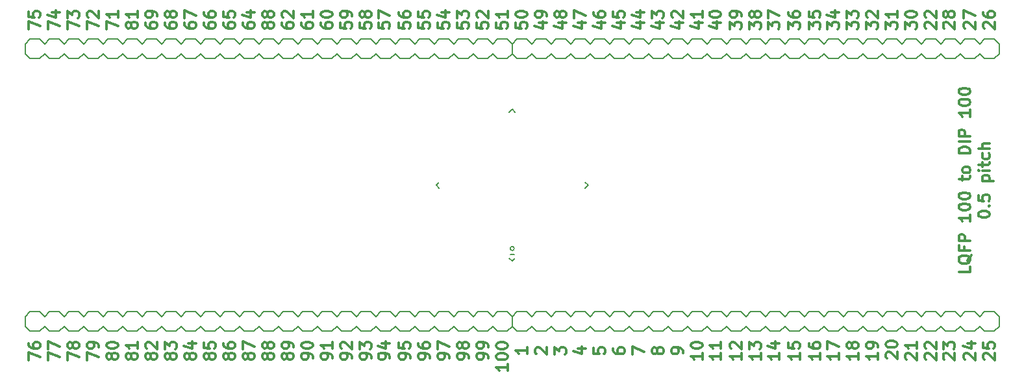
<source format=gbr>
G04 #@! TF.GenerationSoftware,KiCad,Pcbnew,5.0.0-rc2-unknown-da66005~65~ubuntu16.04.1*
G04 #@! TF.CreationDate,2018-05-28T11:28:40+02:00*
G04 #@! TF.ProjectId,AD8113 Breakout LQFP 100,41443831313320427265616B6F757420,rev?*
G04 #@! TF.SameCoordinates,Original*
G04 #@! TF.FileFunction,Legend,Top*
G04 #@! TF.FilePolarity,Positive*
%FSLAX46Y46*%
G04 Gerber Fmt 4.6, Leading zero omitted, Abs format (unit mm)*
G04 Created by KiCad (PCBNEW 5.0.0-rc2-unknown-da66005~65~ubuntu16.04.1) date Mon May 28 11:28:40 2018*
%MOMM*%
%LPD*%
G01*
G04 APERTURE LIST*
%ADD10C,0.300000*%
%ADD11C,0.200000*%
%ADD12C,0.152400*%
%ADD13C,0.203200*%
G04 APERTURE END LIST*
D10*
X226098571Y-109675000D02*
X226098571Y-110389285D01*
X224598571Y-110389285D01*
X226241428Y-108175000D02*
X226170000Y-108317857D01*
X226027142Y-108460714D01*
X225812857Y-108675000D01*
X225741428Y-108817857D01*
X225741428Y-108960714D01*
X226098571Y-108889285D02*
X226027142Y-109032142D01*
X225884285Y-109175000D01*
X225598571Y-109246428D01*
X225098571Y-109246428D01*
X224812857Y-109175000D01*
X224670000Y-109032142D01*
X224598571Y-108889285D01*
X224598571Y-108603571D01*
X224670000Y-108460714D01*
X224812857Y-108317857D01*
X225098571Y-108246428D01*
X225598571Y-108246428D01*
X225884285Y-108317857D01*
X226027142Y-108460714D01*
X226098571Y-108603571D01*
X226098571Y-108889285D01*
X225312857Y-107103571D02*
X225312857Y-107603571D01*
X226098571Y-107603571D02*
X224598571Y-107603571D01*
X224598571Y-106889285D01*
X226098571Y-106317857D02*
X224598571Y-106317857D01*
X224598571Y-105746428D01*
X224670000Y-105603571D01*
X224741428Y-105532142D01*
X224884285Y-105460714D01*
X225098571Y-105460714D01*
X225241428Y-105532142D01*
X225312857Y-105603571D01*
X225384285Y-105746428D01*
X225384285Y-106317857D01*
X226098571Y-102889285D02*
X226098571Y-103746428D01*
X226098571Y-103317857D02*
X224598571Y-103317857D01*
X224812857Y-103460714D01*
X224955714Y-103603571D01*
X225027142Y-103746428D01*
X224598571Y-101960714D02*
X224598571Y-101817857D01*
X224670000Y-101675000D01*
X224741428Y-101603571D01*
X224884285Y-101532142D01*
X225170000Y-101460714D01*
X225527142Y-101460714D01*
X225812857Y-101532142D01*
X225955714Y-101603571D01*
X226027142Y-101675000D01*
X226098571Y-101817857D01*
X226098571Y-101960714D01*
X226027142Y-102103571D01*
X225955714Y-102175000D01*
X225812857Y-102246428D01*
X225527142Y-102317857D01*
X225170000Y-102317857D01*
X224884285Y-102246428D01*
X224741428Y-102175000D01*
X224670000Y-102103571D01*
X224598571Y-101960714D01*
X224598571Y-100532142D02*
X224598571Y-100389285D01*
X224670000Y-100246428D01*
X224741428Y-100175000D01*
X224884285Y-100103571D01*
X225170000Y-100032142D01*
X225527142Y-100032142D01*
X225812857Y-100103571D01*
X225955714Y-100175000D01*
X226027142Y-100246428D01*
X226098571Y-100389285D01*
X226098571Y-100532142D01*
X226027142Y-100675000D01*
X225955714Y-100746428D01*
X225812857Y-100817857D01*
X225527142Y-100889285D01*
X225170000Y-100889285D01*
X224884285Y-100817857D01*
X224741428Y-100746428D01*
X224670000Y-100675000D01*
X224598571Y-100532142D01*
X225098571Y-98460714D02*
X225098571Y-97889285D01*
X224598571Y-98246428D02*
X225884285Y-98246428D01*
X226027142Y-98175000D01*
X226098571Y-98032142D01*
X226098571Y-97889285D01*
X226098571Y-97175000D02*
X226027142Y-97317857D01*
X225955714Y-97389285D01*
X225812857Y-97460714D01*
X225384285Y-97460714D01*
X225241428Y-97389285D01*
X225170000Y-97317857D01*
X225098571Y-97175000D01*
X225098571Y-96960714D01*
X225170000Y-96817857D01*
X225241428Y-96746428D01*
X225384285Y-96675000D01*
X225812857Y-96675000D01*
X225955714Y-96746428D01*
X226027142Y-96817857D01*
X226098571Y-96960714D01*
X226098571Y-97175000D01*
X226098571Y-94889285D02*
X224598571Y-94889285D01*
X224598571Y-94532142D01*
X224670000Y-94317857D01*
X224812857Y-94175000D01*
X224955714Y-94103571D01*
X225241428Y-94032142D01*
X225455714Y-94032142D01*
X225741428Y-94103571D01*
X225884285Y-94175000D01*
X226027142Y-94317857D01*
X226098571Y-94532142D01*
X226098571Y-94889285D01*
X226098571Y-93389285D02*
X224598571Y-93389285D01*
X226098571Y-92675000D02*
X224598571Y-92675000D01*
X224598571Y-92103571D01*
X224670000Y-91960714D01*
X224741428Y-91889285D01*
X224884285Y-91817857D01*
X225098571Y-91817857D01*
X225241428Y-91889285D01*
X225312857Y-91960714D01*
X225384285Y-92103571D01*
X225384285Y-92675000D01*
X226098571Y-89246428D02*
X226098571Y-90103571D01*
X226098571Y-89675000D02*
X224598571Y-89675000D01*
X224812857Y-89817857D01*
X224955714Y-89960714D01*
X225027142Y-90103571D01*
X224598571Y-88317857D02*
X224598571Y-88175000D01*
X224670000Y-88032142D01*
X224741428Y-87960714D01*
X224884285Y-87889285D01*
X225170000Y-87817857D01*
X225527142Y-87817857D01*
X225812857Y-87889285D01*
X225955714Y-87960714D01*
X226027142Y-88032142D01*
X226098571Y-88175000D01*
X226098571Y-88317857D01*
X226027142Y-88460714D01*
X225955714Y-88532142D01*
X225812857Y-88603571D01*
X225527142Y-88675000D01*
X225170000Y-88675000D01*
X224884285Y-88603571D01*
X224741428Y-88532142D01*
X224670000Y-88460714D01*
X224598571Y-88317857D01*
X224598571Y-86889285D02*
X224598571Y-86746428D01*
X224670000Y-86603571D01*
X224741428Y-86532142D01*
X224884285Y-86460714D01*
X225170000Y-86389285D01*
X225527142Y-86389285D01*
X225812857Y-86460714D01*
X225955714Y-86532142D01*
X226027142Y-86603571D01*
X226098571Y-86746428D01*
X226098571Y-86889285D01*
X226027142Y-87032142D01*
X225955714Y-87103571D01*
X225812857Y-87175000D01*
X225527142Y-87246428D01*
X225170000Y-87246428D01*
X224884285Y-87175000D01*
X224741428Y-87103571D01*
X224670000Y-87032142D01*
X224598571Y-86889285D01*
X227148571Y-102925000D02*
X227148571Y-102782142D01*
X227220000Y-102639285D01*
X227291428Y-102567857D01*
X227434285Y-102496428D01*
X227720000Y-102425000D01*
X228077142Y-102425000D01*
X228362857Y-102496428D01*
X228505714Y-102567857D01*
X228577142Y-102639285D01*
X228648571Y-102782142D01*
X228648571Y-102925000D01*
X228577142Y-103067857D01*
X228505714Y-103139285D01*
X228362857Y-103210714D01*
X228077142Y-103282142D01*
X227720000Y-103282142D01*
X227434285Y-103210714D01*
X227291428Y-103139285D01*
X227220000Y-103067857D01*
X227148571Y-102925000D01*
X228505714Y-101782142D02*
X228577142Y-101710714D01*
X228648571Y-101782142D01*
X228577142Y-101853571D01*
X228505714Y-101782142D01*
X228648571Y-101782142D01*
X227148571Y-100353571D02*
X227148571Y-101067857D01*
X227862857Y-101139285D01*
X227791428Y-101067857D01*
X227720000Y-100925000D01*
X227720000Y-100567857D01*
X227791428Y-100425000D01*
X227862857Y-100353571D01*
X228005714Y-100282142D01*
X228362857Y-100282142D01*
X228505714Y-100353571D01*
X228577142Y-100425000D01*
X228648571Y-100567857D01*
X228648571Y-100925000D01*
X228577142Y-101067857D01*
X228505714Y-101139285D01*
X227648571Y-98496428D02*
X229148571Y-98496428D01*
X227720000Y-98496428D02*
X227648571Y-98353571D01*
X227648571Y-98067857D01*
X227720000Y-97925000D01*
X227791428Y-97853571D01*
X227934285Y-97782142D01*
X228362857Y-97782142D01*
X228505714Y-97853571D01*
X228577142Y-97925000D01*
X228648571Y-98067857D01*
X228648571Y-98353571D01*
X228577142Y-98496428D01*
X228648571Y-97139285D02*
X227648571Y-97139285D01*
X227148571Y-97139285D02*
X227220000Y-97210714D01*
X227291428Y-97139285D01*
X227220000Y-97067857D01*
X227148571Y-97139285D01*
X227291428Y-97139285D01*
X227648571Y-96639285D02*
X227648571Y-96067857D01*
X227148571Y-96425000D02*
X228434285Y-96425000D01*
X228577142Y-96353571D01*
X228648571Y-96210714D01*
X228648571Y-96067857D01*
X228577142Y-94925000D02*
X228648571Y-95067857D01*
X228648571Y-95353571D01*
X228577142Y-95496428D01*
X228505714Y-95567857D01*
X228362857Y-95639285D01*
X227934285Y-95639285D01*
X227791428Y-95567857D01*
X227720000Y-95496428D01*
X227648571Y-95353571D01*
X227648571Y-95067857D01*
X227720000Y-94925000D01*
X228648571Y-94282142D02*
X227148571Y-94282142D01*
X228648571Y-93639285D02*
X227862857Y-93639285D01*
X227720000Y-93710714D01*
X227648571Y-93853571D01*
X227648571Y-94067857D01*
X227720000Y-94210714D01*
X227791428Y-94282142D01*
X164278571Y-77827142D02*
X164278571Y-78541428D01*
X164992857Y-78612857D01*
X164921428Y-78541428D01*
X164850000Y-78398571D01*
X164850000Y-78041428D01*
X164921428Y-77898571D01*
X164992857Y-77827142D01*
X165135714Y-77755714D01*
X165492857Y-77755714D01*
X165635714Y-77827142D01*
X165707142Y-77898571D01*
X165778571Y-78041428D01*
X165778571Y-78398571D01*
X165707142Y-78541428D01*
X165635714Y-78612857D01*
X165778571Y-76327142D02*
X165778571Y-77184285D01*
X165778571Y-76755714D02*
X164278571Y-76755714D01*
X164492857Y-76898571D01*
X164635714Y-77041428D01*
X164707142Y-77184285D01*
X151578571Y-77827142D02*
X151578571Y-78541428D01*
X152292857Y-78612857D01*
X152221428Y-78541428D01*
X152150000Y-78398571D01*
X152150000Y-78041428D01*
X152221428Y-77898571D01*
X152292857Y-77827142D01*
X152435714Y-77755714D01*
X152792857Y-77755714D01*
X152935714Y-77827142D01*
X153007142Y-77898571D01*
X153078571Y-78041428D01*
X153078571Y-78398571D01*
X153007142Y-78541428D01*
X152935714Y-78612857D01*
X151578571Y-76470000D02*
X151578571Y-76755714D01*
X151650000Y-76898571D01*
X151721428Y-76970000D01*
X151935714Y-77112857D01*
X152221428Y-77184285D01*
X152792857Y-77184285D01*
X152935714Y-77112857D01*
X153007142Y-77041428D01*
X153078571Y-76898571D01*
X153078571Y-76612857D01*
X153007142Y-76470000D01*
X152935714Y-76398571D01*
X152792857Y-76327142D01*
X152435714Y-76327142D01*
X152292857Y-76398571D01*
X152221428Y-76470000D01*
X152150000Y-76612857D01*
X152150000Y-76898571D01*
X152221428Y-77041428D01*
X152292857Y-77112857D01*
X152435714Y-77184285D01*
X209998571Y-78684285D02*
X209998571Y-77755714D01*
X210570000Y-78255714D01*
X210570000Y-78041428D01*
X210641428Y-77898571D01*
X210712857Y-77827142D01*
X210855714Y-77755714D01*
X211212857Y-77755714D01*
X211355714Y-77827142D01*
X211427142Y-77898571D01*
X211498571Y-78041428D01*
X211498571Y-78470000D01*
X211427142Y-78612857D01*
X211355714Y-78684285D01*
X209998571Y-77255714D02*
X209998571Y-76327142D01*
X210570000Y-76827142D01*
X210570000Y-76612857D01*
X210641428Y-76470000D01*
X210712857Y-76398571D01*
X210855714Y-76327142D01*
X211212857Y-76327142D01*
X211355714Y-76398571D01*
X211427142Y-76470000D01*
X211498571Y-76612857D01*
X211498571Y-77041428D01*
X211427142Y-77184285D01*
X211355714Y-77255714D01*
X166818571Y-77827142D02*
X166818571Y-78541428D01*
X167532857Y-78612857D01*
X167461428Y-78541428D01*
X167390000Y-78398571D01*
X167390000Y-78041428D01*
X167461428Y-77898571D01*
X167532857Y-77827142D01*
X167675714Y-77755714D01*
X168032857Y-77755714D01*
X168175714Y-77827142D01*
X168247142Y-77898571D01*
X168318571Y-78041428D01*
X168318571Y-78398571D01*
X168247142Y-78541428D01*
X168175714Y-78612857D01*
X166818571Y-76827142D02*
X166818571Y-76684285D01*
X166890000Y-76541428D01*
X166961428Y-76470000D01*
X167104285Y-76398571D01*
X167390000Y-76327142D01*
X167747142Y-76327142D01*
X168032857Y-76398571D01*
X168175714Y-76470000D01*
X168247142Y-76541428D01*
X168318571Y-76684285D01*
X168318571Y-76827142D01*
X168247142Y-76970000D01*
X168175714Y-77041428D01*
X168032857Y-77112857D01*
X167747142Y-77184285D01*
X167390000Y-77184285D01*
X167104285Y-77112857D01*
X166961428Y-77041428D01*
X166890000Y-76970000D01*
X166818571Y-76827142D01*
X199711571Y-78684285D02*
X199711571Y-77755714D01*
X200283000Y-78255714D01*
X200283000Y-78041428D01*
X200354428Y-77898571D01*
X200425857Y-77827142D01*
X200568714Y-77755714D01*
X200925857Y-77755714D01*
X201068714Y-77827142D01*
X201140142Y-77898571D01*
X201211571Y-78041428D01*
X201211571Y-78470000D01*
X201140142Y-78612857D01*
X201068714Y-78684285D01*
X199711571Y-77255714D02*
X199711571Y-76255714D01*
X201211571Y-76898571D01*
X174938571Y-77898571D02*
X175938571Y-77898571D01*
X174367142Y-78255714D02*
X175438571Y-78612857D01*
X175438571Y-77684285D01*
X174438571Y-77255714D02*
X174438571Y-76255714D01*
X175938571Y-76898571D01*
X197298571Y-78684285D02*
X197298571Y-77755714D01*
X197870000Y-78255714D01*
X197870000Y-78041428D01*
X197941428Y-77898571D01*
X198012857Y-77827142D01*
X198155714Y-77755714D01*
X198512857Y-77755714D01*
X198655714Y-77827142D01*
X198727142Y-77898571D01*
X198798571Y-78041428D01*
X198798571Y-78470000D01*
X198727142Y-78612857D01*
X198655714Y-78684285D01*
X197941428Y-76898571D02*
X197870000Y-77041428D01*
X197798571Y-77112857D01*
X197655714Y-77184285D01*
X197584285Y-77184285D01*
X197441428Y-77112857D01*
X197370000Y-77041428D01*
X197298571Y-76898571D01*
X197298571Y-76612857D01*
X197370000Y-76470000D01*
X197441428Y-76398571D01*
X197584285Y-76327142D01*
X197655714Y-76327142D01*
X197798571Y-76398571D01*
X197870000Y-76470000D01*
X197941428Y-76612857D01*
X197941428Y-76898571D01*
X198012857Y-77041428D01*
X198084285Y-77112857D01*
X198227142Y-77184285D01*
X198512857Y-77184285D01*
X198655714Y-77112857D01*
X198727142Y-77041428D01*
X198798571Y-76898571D01*
X198798571Y-76612857D01*
X198727142Y-76470000D01*
X198655714Y-76398571D01*
X198512857Y-76327142D01*
X198227142Y-76327142D01*
X198084285Y-76398571D01*
X198012857Y-76470000D01*
X197941428Y-76612857D01*
X141418571Y-77898571D02*
X141418571Y-78184285D01*
X141490000Y-78327142D01*
X141561428Y-78398571D01*
X141775714Y-78541428D01*
X142061428Y-78612857D01*
X142632857Y-78612857D01*
X142775714Y-78541428D01*
X142847142Y-78470000D01*
X142918571Y-78327142D01*
X142918571Y-78041428D01*
X142847142Y-77898571D01*
X142775714Y-77827142D01*
X142632857Y-77755714D01*
X142275714Y-77755714D01*
X142132857Y-77827142D01*
X142061428Y-77898571D01*
X141990000Y-78041428D01*
X141990000Y-78327142D01*
X142061428Y-78470000D01*
X142132857Y-78541428D01*
X142275714Y-78612857D01*
X141418571Y-76827142D02*
X141418571Y-76684285D01*
X141490000Y-76541428D01*
X141561428Y-76470000D01*
X141704285Y-76398571D01*
X141990000Y-76327142D01*
X142347142Y-76327142D01*
X142632857Y-76398571D01*
X142775714Y-76470000D01*
X142847142Y-76541428D01*
X142918571Y-76684285D01*
X142918571Y-76827142D01*
X142847142Y-76970000D01*
X142775714Y-77041428D01*
X142632857Y-77112857D01*
X142347142Y-77184285D01*
X141990000Y-77184285D01*
X141704285Y-77112857D01*
X141561428Y-77041428D01*
X141490000Y-76970000D01*
X141418571Y-76827142D01*
X113478571Y-78684285D02*
X113478571Y-77684285D01*
X114978571Y-78327142D01*
X114978571Y-76327142D02*
X114978571Y-77184285D01*
X114978571Y-76755714D02*
X113478571Y-76755714D01*
X113692857Y-76898571D01*
X113835714Y-77041428D01*
X113907142Y-77184285D01*
X187638571Y-77898571D02*
X188638571Y-77898571D01*
X187067142Y-78255714D02*
X188138571Y-78612857D01*
X188138571Y-77684285D01*
X187281428Y-77184285D02*
X187210000Y-77112857D01*
X187138571Y-76970000D01*
X187138571Y-76612857D01*
X187210000Y-76470000D01*
X187281428Y-76398571D01*
X187424285Y-76327142D01*
X187567142Y-76327142D01*
X187781428Y-76398571D01*
X188638571Y-77255714D01*
X188638571Y-76327142D01*
X192591571Y-77898571D02*
X193591571Y-77898571D01*
X192020142Y-78255714D02*
X193091571Y-78612857D01*
X193091571Y-77684285D01*
X192091571Y-76827142D02*
X192091571Y-76684285D01*
X192163000Y-76541428D01*
X192234428Y-76470000D01*
X192377285Y-76398571D01*
X192663000Y-76327142D01*
X193020142Y-76327142D01*
X193305857Y-76398571D01*
X193448714Y-76470000D01*
X193520142Y-76541428D01*
X193591571Y-76684285D01*
X193591571Y-76827142D01*
X193520142Y-76970000D01*
X193448714Y-77041428D01*
X193305857Y-77112857D01*
X193020142Y-77184285D01*
X192663000Y-77184285D01*
X192377285Y-77112857D01*
X192234428Y-77041428D01*
X192163000Y-76970000D01*
X192091571Y-76827142D01*
X138878571Y-77898571D02*
X138878571Y-78184285D01*
X138950000Y-78327142D01*
X139021428Y-78398571D01*
X139235714Y-78541428D01*
X139521428Y-78612857D01*
X140092857Y-78612857D01*
X140235714Y-78541428D01*
X140307142Y-78470000D01*
X140378571Y-78327142D01*
X140378571Y-78041428D01*
X140307142Y-77898571D01*
X140235714Y-77827142D01*
X140092857Y-77755714D01*
X139735714Y-77755714D01*
X139592857Y-77827142D01*
X139521428Y-77898571D01*
X139450000Y-78041428D01*
X139450000Y-78327142D01*
X139521428Y-78470000D01*
X139592857Y-78541428D01*
X139735714Y-78612857D01*
X140378571Y-76327142D02*
X140378571Y-77184285D01*
X140378571Y-76755714D02*
X138878571Y-76755714D01*
X139092857Y-76898571D01*
X139235714Y-77041428D01*
X139307142Y-77184285D01*
X134441428Y-78327142D02*
X134370000Y-78470000D01*
X134298571Y-78541428D01*
X134155714Y-78612857D01*
X134084285Y-78612857D01*
X133941428Y-78541428D01*
X133870000Y-78470000D01*
X133798571Y-78327142D01*
X133798571Y-78041428D01*
X133870000Y-77898571D01*
X133941428Y-77827142D01*
X134084285Y-77755714D01*
X134155714Y-77755714D01*
X134298571Y-77827142D01*
X134370000Y-77898571D01*
X134441428Y-78041428D01*
X134441428Y-78327142D01*
X134512857Y-78470000D01*
X134584285Y-78541428D01*
X134727142Y-78612857D01*
X135012857Y-78612857D01*
X135155714Y-78541428D01*
X135227142Y-78470000D01*
X135298571Y-78327142D01*
X135298571Y-78041428D01*
X135227142Y-77898571D01*
X135155714Y-77827142D01*
X135012857Y-77755714D01*
X134727142Y-77755714D01*
X134584285Y-77827142D01*
X134512857Y-77898571D01*
X134441428Y-78041428D01*
X134441428Y-76898571D02*
X134370000Y-77041428D01*
X134298571Y-77112857D01*
X134155714Y-77184285D01*
X134084285Y-77184285D01*
X133941428Y-77112857D01*
X133870000Y-77041428D01*
X133798571Y-76898571D01*
X133798571Y-76612857D01*
X133870000Y-76470000D01*
X133941428Y-76398571D01*
X134084285Y-76327142D01*
X134155714Y-76327142D01*
X134298571Y-76398571D01*
X134370000Y-76470000D01*
X134441428Y-76612857D01*
X134441428Y-76898571D01*
X134512857Y-77041428D01*
X134584285Y-77112857D01*
X134727142Y-77184285D01*
X135012857Y-77184285D01*
X135155714Y-77112857D01*
X135227142Y-77041428D01*
X135298571Y-76898571D01*
X135298571Y-76612857D01*
X135227142Y-76470000D01*
X135155714Y-76398571D01*
X135012857Y-76327142D01*
X134727142Y-76327142D01*
X134584285Y-76398571D01*
X134512857Y-76470000D01*
X134441428Y-76612857D01*
X131258571Y-77898571D02*
X131258571Y-78184285D01*
X131330000Y-78327142D01*
X131401428Y-78398571D01*
X131615714Y-78541428D01*
X131901428Y-78612857D01*
X132472857Y-78612857D01*
X132615714Y-78541428D01*
X132687142Y-78470000D01*
X132758571Y-78327142D01*
X132758571Y-78041428D01*
X132687142Y-77898571D01*
X132615714Y-77827142D01*
X132472857Y-77755714D01*
X132115714Y-77755714D01*
X131972857Y-77827142D01*
X131901428Y-77898571D01*
X131830000Y-78041428D01*
X131830000Y-78327142D01*
X131901428Y-78470000D01*
X131972857Y-78541428D01*
X132115714Y-78612857D01*
X131758571Y-76470000D02*
X132758571Y-76470000D01*
X131187142Y-76827142D02*
X132258571Y-77184285D01*
X132258571Y-76255714D01*
X202378571Y-78684285D02*
X202378571Y-77755714D01*
X202950000Y-78255714D01*
X202950000Y-78041428D01*
X203021428Y-77898571D01*
X203092857Y-77827142D01*
X203235714Y-77755714D01*
X203592857Y-77755714D01*
X203735714Y-77827142D01*
X203807142Y-77898571D01*
X203878571Y-78041428D01*
X203878571Y-78470000D01*
X203807142Y-78612857D01*
X203735714Y-78684285D01*
X202378571Y-76470000D02*
X202378571Y-76755714D01*
X202450000Y-76898571D01*
X202521428Y-76970000D01*
X202735714Y-77112857D01*
X203021428Y-77184285D01*
X203592857Y-77184285D01*
X203735714Y-77112857D01*
X203807142Y-77041428D01*
X203878571Y-76898571D01*
X203878571Y-76612857D01*
X203807142Y-76470000D01*
X203735714Y-76398571D01*
X203592857Y-76327142D01*
X203235714Y-76327142D01*
X203092857Y-76398571D01*
X203021428Y-76470000D01*
X202950000Y-76612857D01*
X202950000Y-76898571D01*
X203021428Y-77041428D01*
X203092857Y-77112857D01*
X203235714Y-77184285D01*
X116661428Y-78327142D02*
X116590000Y-78470000D01*
X116518571Y-78541428D01*
X116375714Y-78612857D01*
X116304285Y-78612857D01*
X116161428Y-78541428D01*
X116090000Y-78470000D01*
X116018571Y-78327142D01*
X116018571Y-78041428D01*
X116090000Y-77898571D01*
X116161428Y-77827142D01*
X116304285Y-77755714D01*
X116375714Y-77755714D01*
X116518571Y-77827142D01*
X116590000Y-77898571D01*
X116661428Y-78041428D01*
X116661428Y-78327142D01*
X116732857Y-78470000D01*
X116804285Y-78541428D01*
X116947142Y-78612857D01*
X117232857Y-78612857D01*
X117375714Y-78541428D01*
X117447142Y-78470000D01*
X117518571Y-78327142D01*
X117518571Y-78041428D01*
X117447142Y-77898571D01*
X117375714Y-77827142D01*
X117232857Y-77755714D01*
X116947142Y-77755714D01*
X116804285Y-77827142D01*
X116732857Y-77898571D01*
X116661428Y-78041428D01*
X117518571Y-76327142D02*
X117518571Y-77184285D01*
X117518571Y-76755714D02*
X116018571Y-76755714D01*
X116232857Y-76898571D01*
X116375714Y-77041428D01*
X116447142Y-77184285D01*
X222714428Y-78612857D02*
X222643000Y-78541428D01*
X222571571Y-78398571D01*
X222571571Y-78041428D01*
X222643000Y-77898571D01*
X222714428Y-77827142D01*
X222857285Y-77755714D01*
X223000142Y-77755714D01*
X223214428Y-77827142D01*
X224071571Y-78684285D01*
X224071571Y-77755714D01*
X223214428Y-76898571D02*
X223143000Y-77041428D01*
X223071571Y-77112857D01*
X222928714Y-77184285D01*
X222857285Y-77184285D01*
X222714428Y-77112857D01*
X222643000Y-77041428D01*
X222571571Y-76898571D01*
X222571571Y-76612857D01*
X222643000Y-76470000D01*
X222714428Y-76398571D01*
X222857285Y-76327142D01*
X222928714Y-76327142D01*
X223071571Y-76398571D01*
X223143000Y-76470000D01*
X223214428Y-76612857D01*
X223214428Y-76898571D01*
X223285857Y-77041428D01*
X223357285Y-77112857D01*
X223500142Y-77184285D01*
X223785857Y-77184285D01*
X223928714Y-77112857D01*
X224000142Y-77041428D01*
X224071571Y-76898571D01*
X224071571Y-76612857D01*
X224000142Y-76470000D01*
X223928714Y-76398571D01*
X223785857Y-76327142D01*
X223500142Y-76327142D01*
X223357285Y-76398571D01*
X223285857Y-76470000D01*
X223214428Y-76612857D01*
X207458571Y-78684285D02*
X207458571Y-77755714D01*
X208030000Y-78255714D01*
X208030000Y-78041428D01*
X208101428Y-77898571D01*
X208172857Y-77827142D01*
X208315714Y-77755714D01*
X208672857Y-77755714D01*
X208815714Y-77827142D01*
X208887142Y-77898571D01*
X208958571Y-78041428D01*
X208958571Y-78470000D01*
X208887142Y-78612857D01*
X208815714Y-78684285D01*
X207958571Y-76470000D02*
X208958571Y-76470000D01*
X207387142Y-76827142D02*
X208458571Y-77184285D01*
X208458571Y-76255714D01*
X172398571Y-77898571D02*
X173398571Y-77898571D01*
X171827142Y-78255714D02*
X172898571Y-78612857D01*
X172898571Y-77684285D01*
X172541428Y-76898571D02*
X172470000Y-77041428D01*
X172398571Y-77112857D01*
X172255714Y-77184285D01*
X172184285Y-77184285D01*
X172041428Y-77112857D01*
X171970000Y-77041428D01*
X171898571Y-76898571D01*
X171898571Y-76612857D01*
X171970000Y-76470000D01*
X172041428Y-76398571D01*
X172184285Y-76327142D01*
X172255714Y-76327142D01*
X172398571Y-76398571D01*
X172470000Y-76470000D01*
X172541428Y-76612857D01*
X172541428Y-76898571D01*
X172612857Y-77041428D01*
X172684285Y-77112857D01*
X172827142Y-77184285D01*
X173112857Y-77184285D01*
X173255714Y-77112857D01*
X173327142Y-77041428D01*
X173398571Y-76898571D01*
X173398571Y-76612857D01*
X173327142Y-76470000D01*
X173255714Y-76398571D01*
X173112857Y-76327142D01*
X172827142Y-76327142D01*
X172684285Y-76398571D01*
X172612857Y-76470000D01*
X172541428Y-76612857D01*
X123638571Y-77898571D02*
X123638571Y-78184285D01*
X123710000Y-78327142D01*
X123781428Y-78398571D01*
X123995714Y-78541428D01*
X124281428Y-78612857D01*
X124852857Y-78612857D01*
X124995714Y-78541428D01*
X125067142Y-78470000D01*
X125138571Y-78327142D01*
X125138571Y-78041428D01*
X125067142Y-77898571D01*
X124995714Y-77827142D01*
X124852857Y-77755714D01*
X124495714Y-77755714D01*
X124352857Y-77827142D01*
X124281428Y-77898571D01*
X124210000Y-78041428D01*
X124210000Y-78327142D01*
X124281428Y-78470000D01*
X124352857Y-78541428D01*
X124495714Y-78612857D01*
X123638571Y-77255714D02*
X123638571Y-76255714D01*
X125138571Y-76898571D01*
X128718571Y-77898571D02*
X128718571Y-78184285D01*
X128790000Y-78327142D01*
X128861428Y-78398571D01*
X129075714Y-78541428D01*
X129361428Y-78612857D01*
X129932857Y-78612857D01*
X130075714Y-78541428D01*
X130147142Y-78470000D01*
X130218571Y-78327142D01*
X130218571Y-78041428D01*
X130147142Y-77898571D01*
X130075714Y-77827142D01*
X129932857Y-77755714D01*
X129575714Y-77755714D01*
X129432857Y-77827142D01*
X129361428Y-77898571D01*
X129290000Y-78041428D01*
X129290000Y-78327142D01*
X129361428Y-78470000D01*
X129432857Y-78541428D01*
X129575714Y-78612857D01*
X128718571Y-76398571D02*
X128718571Y-77112857D01*
X129432857Y-77184285D01*
X129361428Y-77112857D01*
X129290000Y-76970000D01*
X129290000Y-76612857D01*
X129361428Y-76470000D01*
X129432857Y-76398571D01*
X129575714Y-76327142D01*
X129932857Y-76327142D01*
X130075714Y-76398571D01*
X130147142Y-76470000D01*
X130218571Y-76612857D01*
X130218571Y-76970000D01*
X130147142Y-77112857D01*
X130075714Y-77184285D01*
X182558571Y-77898571D02*
X183558571Y-77898571D01*
X181987142Y-78255714D02*
X183058571Y-78612857D01*
X183058571Y-77684285D01*
X182558571Y-76470000D02*
X183558571Y-76470000D01*
X181987142Y-76827142D02*
X183058571Y-77184285D01*
X183058571Y-76255714D01*
X185098571Y-77898571D02*
X186098571Y-77898571D01*
X184527142Y-78255714D02*
X185598571Y-78612857D01*
X185598571Y-77684285D01*
X184598571Y-77255714D02*
X184598571Y-76327142D01*
X185170000Y-76827142D01*
X185170000Y-76612857D01*
X185241428Y-76470000D01*
X185312857Y-76398571D01*
X185455714Y-76327142D01*
X185812857Y-76327142D01*
X185955714Y-76398571D01*
X186027142Y-76470000D01*
X186098571Y-76612857D01*
X186098571Y-77041428D01*
X186027142Y-77184285D01*
X185955714Y-77255714D01*
X227921428Y-78612857D02*
X227850000Y-78541428D01*
X227778571Y-78398571D01*
X227778571Y-78041428D01*
X227850000Y-77898571D01*
X227921428Y-77827142D01*
X228064285Y-77755714D01*
X228207142Y-77755714D01*
X228421428Y-77827142D01*
X229278571Y-78684285D01*
X229278571Y-77755714D01*
X227778571Y-76470000D02*
X227778571Y-76755714D01*
X227850000Y-76898571D01*
X227921428Y-76970000D01*
X228135714Y-77112857D01*
X228421428Y-77184285D01*
X228992857Y-77184285D01*
X229135714Y-77112857D01*
X229207142Y-77041428D01*
X229278571Y-76898571D01*
X229278571Y-76612857D01*
X229207142Y-76470000D01*
X229135714Y-76398571D01*
X228992857Y-76327142D01*
X228635714Y-76327142D01*
X228492857Y-76398571D01*
X228421428Y-76470000D01*
X228350000Y-76612857D01*
X228350000Y-76898571D01*
X228421428Y-77041428D01*
X228492857Y-77112857D01*
X228635714Y-77184285D01*
X225381428Y-78612857D02*
X225310000Y-78541428D01*
X225238571Y-78398571D01*
X225238571Y-78041428D01*
X225310000Y-77898571D01*
X225381428Y-77827142D01*
X225524285Y-77755714D01*
X225667142Y-77755714D01*
X225881428Y-77827142D01*
X226738571Y-78684285D01*
X226738571Y-77755714D01*
X225238571Y-77255714D02*
X225238571Y-76255714D01*
X226738571Y-76898571D01*
X180018571Y-77898571D02*
X181018571Y-77898571D01*
X179447142Y-78255714D02*
X180518571Y-78612857D01*
X180518571Y-77684285D01*
X179518571Y-76398571D02*
X179518571Y-77112857D01*
X180232857Y-77184285D01*
X180161428Y-77112857D01*
X180090000Y-76970000D01*
X180090000Y-76612857D01*
X180161428Y-76470000D01*
X180232857Y-76398571D01*
X180375714Y-76327142D01*
X180732857Y-76327142D01*
X180875714Y-76398571D01*
X180947142Y-76470000D01*
X181018571Y-76612857D01*
X181018571Y-76970000D01*
X180947142Y-77112857D01*
X180875714Y-77184285D01*
X118558571Y-77898571D02*
X118558571Y-78184285D01*
X118630000Y-78327142D01*
X118701428Y-78398571D01*
X118915714Y-78541428D01*
X119201428Y-78612857D01*
X119772857Y-78612857D01*
X119915714Y-78541428D01*
X119987142Y-78470000D01*
X120058571Y-78327142D01*
X120058571Y-78041428D01*
X119987142Y-77898571D01*
X119915714Y-77827142D01*
X119772857Y-77755714D01*
X119415714Y-77755714D01*
X119272857Y-77827142D01*
X119201428Y-77898571D01*
X119130000Y-78041428D01*
X119130000Y-78327142D01*
X119201428Y-78470000D01*
X119272857Y-78541428D01*
X119415714Y-78612857D01*
X120058571Y-77041428D02*
X120058571Y-76755714D01*
X119987142Y-76612857D01*
X119915714Y-76541428D01*
X119701428Y-76398571D01*
X119415714Y-76327142D01*
X118844285Y-76327142D01*
X118701428Y-76398571D01*
X118630000Y-76470000D01*
X118558571Y-76612857D01*
X118558571Y-76898571D01*
X118630000Y-77041428D01*
X118701428Y-77112857D01*
X118844285Y-77184285D01*
X119201428Y-77184285D01*
X119344285Y-77112857D01*
X119415714Y-77041428D01*
X119487142Y-76898571D01*
X119487142Y-76612857D01*
X119415714Y-76470000D01*
X119344285Y-76398571D01*
X119201428Y-76327142D01*
X108398571Y-78684285D02*
X108398571Y-77684285D01*
X109898571Y-78327142D01*
X108398571Y-77255714D02*
X108398571Y-76327142D01*
X108970000Y-76827142D01*
X108970000Y-76612857D01*
X109041428Y-76470000D01*
X109112857Y-76398571D01*
X109255714Y-76327142D01*
X109612857Y-76327142D01*
X109755714Y-76398571D01*
X109827142Y-76470000D01*
X109898571Y-76612857D01*
X109898571Y-77041428D01*
X109827142Y-77184285D01*
X109755714Y-77255714D01*
X215078571Y-78684285D02*
X215078571Y-77755714D01*
X215650000Y-78255714D01*
X215650000Y-78041428D01*
X215721428Y-77898571D01*
X215792857Y-77827142D01*
X215935714Y-77755714D01*
X216292857Y-77755714D01*
X216435714Y-77827142D01*
X216507142Y-77898571D01*
X216578571Y-78041428D01*
X216578571Y-78470000D01*
X216507142Y-78612857D01*
X216435714Y-78684285D01*
X216578571Y-76327142D02*
X216578571Y-77184285D01*
X216578571Y-76755714D02*
X215078571Y-76755714D01*
X215292857Y-76898571D01*
X215435714Y-77041428D01*
X215507142Y-77184285D01*
X136338571Y-77898571D02*
X136338571Y-78184285D01*
X136410000Y-78327142D01*
X136481428Y-78398571D01*
X136695714Y-78541428D01*
X136981428Y-78612857D01*
X137552857Y-78612857D01*
X137695714Y-78541428D01*
X137767142Y-78470000D01*
X137838571Y-78327142D01*
X137838571Y-78041428D01*
X137767142Y-77898571D01*
X137695714Y-77827142D01*
X137552857Y-77755714D01*
X137195714Y-77755714D01*
X137052857Y-77827142D01*
X136981428Y-77898571D01*
X136910000Y-78041428D01*
X136910000Y-78327142D01*
X136981428Y-78470000D01*
X137052857Y-78541428D01*
X137195714Y-78612857D01*
X136481428Y-77184285D02*
X136410000Y-77112857D01*
X136338571Y-76970000D01*
X136338571Y-76612857D01*
X136410000Y-76470000D01*
X136481428Y-76398571D01*
X136624285Y-76327142D01*
X136767142Y-76327142D01*
X136981428Y-76398571D01*
X137838571Y-77255714D01*
X137838571Y-76327142D01*
X121098571Y-77898571D02*
X121098571Y-78184285D01*
X121170000Y-78327142D01*
X121241428Y-78398571D01*
X121455714Y-78541428D01*
X121741428Y-78612857D01*
X122312857Y-78612857D01*
X122455714Y-78541428D01*
X122527142Y-78470000D01*
X122598571Y-78327142D01*
X122598571Y-78041428D01*
X122527142Y-77898571D01*
X122455714Y-77827142D01*
X122312857Y-77755714D01*
X121955714Y-77755714D01*
X121812857Y-77827142D01*
X121741428Y-77898571D01*
X121670000Y-78041428D01*
X121670000Y-78327142D01*
X121741428Y-78470000D01*
X121812857Y-78541428D01*
X121955714Y-78612857D01*
X121741428Y-76898571D02*
X121670000Y-77041428D01*
X121598571Y-77112857D01*
X121455714Y-77184285D01*
X121384285Y-77184285D01*
X121241428Y-77112857D01*
X121170000Y-77041428D01*
X121098571Y-76898571D01*
X121098571Y-76612857D01*
X121170000Y-76470000D01*
X121241428Y-76398571D01*
X121384285Y-76327142D01*
X121455714Y-76327142D01*
X121598571Y-76398571D01*
X121670000Y-76470000D01*
X121741428Y-76612857D01*
X121741428Y-76898571D01*
X121812857Y-77041428D01*
X121884285Y-77112857D01*
X122027142Y-77184285D01*
X122312857Y-77184285D01*
X122455714Y-77112857D01*
X122527142Y-77041428D01*
X122598571Y-76898571D01*
X122598571Y-76612857D01*
X122527142Y-76470000D01*
X122455714Y-76398571D01*
X122312857Y-76327142D01*
X122027142Y-76327142D01*
X121884285Y-76398571D01*
X121812857Y-76470000D01*
X121741428Y-76612857D01*
X169858571Y-77898571D02*
X170858571Y-77898571D01*
X169287142Y-78255714D02*
X170358571Y-78612857D01*
X170358571Y-77684285D01*
X170858571Y-77041428D02*
X170858571Y-76755714D01*
X170787142Y-76612857D01*
X170715714Y-76541428D01*
X170501428Y-76398571D01*
X170215714Y-76327142D01*
X169644285Y-76327142D01*
X169501428Y-76398571D01*
X169430000Y-76470000D01*
X169358571Y-76612857D01*
X169358571Y-76898571D01*
X169430000Y-77041428D01*
X169501428Y-77112857D01*
X169644285Y-77184285D01*
X170001428Y-77184285D01*
X170144285Y-77112857D01*
X170215714Y-77041428D01*
X170287142Y-76898571D01*
X170287142Y-76612857D01*
X170215714Y-76470000D01*
X170144285Y-76398571D01*
X170001428Y-76327142D01*
X146498571Y-77827142D02*
X146498571Y-78541428D01*
X147212857Y-78612857D01*
X147141428Y-78541428D01*
X147070000Y-78398571D01*
X147070000Y-78041428D01*
X147141428Y-77898571D01*
X147212857Y-77827142D01*
X147355714Y-77755714D01*
X147712857Y-77755714D01*
X147855714Y-77827142D01*
X147927142Y-77898571D01*
X147998571Y-78041428D01*
X147998571Y-78398571D01*
X147927142Y-78541428D01*
X147855714Y-78612857D01*
X147141428Y-76898571D02*
X147070000Y-77041428D01*
X146998571Y-77112857D01*
X146855714Y-77184285D01*
X146784285Y-77184285D01*
X146641428Y-77112857D01*
X146570000Y-77041428D01*
X146498571Y-76898571D01*
X146498571Y-76612857D01*
X146570000Y-76470000D01*
X146641428Y-76398571D01*
X146784285Y-76327142D01*
X146855714Y-76327142D01*
X146998571Y-76398571D01*
X147070000Y-76470000D01*
X147141428Y-76612857D01*
X147141428Y-76898571D01*
X147212857Y-77041428D01*
X147284285Y-77112857D01*
X147427142Y-77184285D01*
X147712857Y-77184285D01*
X147855714Y-77112857D01*
X147927142Y-77041428D01*
X147998571Y-76898571D01*
X147998571Y-76612857D01*
X147927142Y-76470000D01*
X147855714Y-76398571D01*
X147712857Y-76327142D01*
X147427142Y-76327142D01*
X147284285Y-76398571D01*
X147212857Y-76470000D01*
X147141428Y-76612857D01*
X154118571Y-77827142D02*
X154118571Y-78541428D01*
X154832857Y-78612857D01*
X154761428Y-78541428D01*
X154690000Y-78398571D01*
X154690000Y-78041428D01*
X154761428Y-77898571D01*
X154832857Y-77827142D01*
X154975714Y-77755714D01*
X155332857Y-77755714D01*
X155475714Y-77827142D01*
X155547142Y-77898571D01*
X155618571Y-78041428D01*
X155618571Y-78398571D01*
X155547142Y-78541428D01*
X155475714Y-78612857D01*
X154118571Y-76398571D02*
X154118571Y-77112857D01*
X154832857Y-77184285D01*
X154761428Y-77112857D01*
X154690000Y-76970000D01*
X154690000Y-76612857D01*
X154761428Y-76470000D01*
X154832857Y-76398571D01*
X154975714Y-76327142D01*
X155332857Y-76327142D01*
X155475714Y-76398571D01*
X155547142Y-76470000D01*
X155618571Y-76612857D01*
X155618571Y-76970000D01*
X155547142Y-77112857D01*
X155475714Y-77184285D01*
X190178571Y-77898571D02*
X191178571Y-77898571D01*
X189607142Y-78255714D02*
X190678571Y-78612857D01*
X190678571Y-77684285D01*
X191178571Y-76327142D02*
X191178571Y-77184285D01*
X191178571Y-76755714D02*
X189678571Y-76755714D01*
X189892857Y-76898571D01*
X190035714Y-77041428D01*
X190107142Y-77184285D01*
X148911571Y-77827142D02*
X148911571Y-78541428D01*
X149625857Y-78612857D01*
X149554428Y-78541428D01*
X149483000Y-78398571D01*
X149483000Y-78041428D01*
X149554428Y-77898571D01*
X149625857Y-77827142D01*
X149768714Y-77755714D01*
X150125857Y-77755714D01*
X150268714Y-77827142D01*
X150340142Y-77898571D01*
X150411571Y-78041428D01*
X150411571Y-78398571D01*
X150340142Y-78541428D01*
X150268714Y-78612857D01*
X148911571Y-77255714D02*
X148911571Y-76255714D01*
X150411571Y-76898571D01*
X217618571Y-78684285D02*
X217618571Y-77755714D01*
X218190000Y-78255714D01*
X218190000Y-78041428D01*
X218261428Y-77898571D01*
X218332857Y-77827142D01*
X218475714Y-77755714D01*
X218832857Y-77755714D01*
X218975714Y-77827142D01*
X219047142Y-77898571D01*
X219118571Y-78041428D01*
X219118571Y-78470000D01*
X219047142Y-78612857D01*
X218975714Y-78684285D01*
X217618571Y-76827142D02*
X217618571Y-76684285D01*
X217690000Y-76541428D01*
X217761428Y-76470000D01*
X217904285Y-76398571D01*
X218190000Y-76327142D01*
X218547142Y-76327142D01*
X218832857Y-76398571D01*
X218975714Y-76470000D01*
X219047142Y-76541428D01*
X219118571Y-76684285D01*
X219118571Y-76827142D01*
X219047142Y-76970000D01*
X218975714Y-77041428D01*
X218832857Y-77112857D01*
X218547142Y-77184285D01*
X218190000Y-77184285D01*
X217904285Y-77112857D01*
X217761428Y-77041428D01*
X217690000Y-76970000D01*
X217618571Y-76827142D01*
X220301428Y-78612857D02*
X220230000Y-78541428D01*
X220158571Y-78398571D01*
X220158571Y-78041428D01*
X220230000Y-77898571D01*
X220301428Y-77827142D01*
X220444285Y-77755714D01*
X220587142Y-77755714D01*
X220801428Y-77827142D01*
X221658571Y-78684285D01*
X221658571Y-77755714D01*
X220301428Y-77184285D02*
X220230000Y-77112857D01*
X220158571Y-76970000D01*
X220158571Y-76612857D01*
X220230000Y-76470000D01*
X220301428Y-76398571D01*
X220444285Y-76327142D01*
X220587142Y-76327142D01*
X220801428Y-76398571D01*
X221658571Y-77255714D01*
X221658571Y-76327142D01*
X156658571Y-77827142D02*
X156658571Y-78541428D01*
X157372857Y-78612857D01*
X157301428Y-78541428D01*
X157230000Y-78398571D01*
X157230000Y-78041428D01*
X157301428Y-77898571D01*
X157372857Y-77827142D01*
X157515714Y-77755714D01*
X157872857Y-77755714D01*
X158015714Y-77827142D01*
X158087142Y-77898571D01*
X158158571Y-78041428D01*
X158158571Y-78398571D01*
X158087142Y-78541428D01*
X158015714Y-78612857D01*
X157158571Y-76470000D02*
X158158571Y-76470000D01*
X156587142Y-76827142D02*
X157658571Y-77184285D01*
X157658571Y-76255714D01*
X194758571Y-78684285D02*
X194758571Y-77755714D01*
X195330000Y-78255714D01*
X195330000Y-78041428D01*
X195401428Y-77898571D01*
X195472857Y-77827142D01*
X195615714Y-77755714D01*
X195972857Y-77755714D01*
X196115714Y-77827142D01*
X196187142Y-77898571D01*
X196258571Y-78041428D01*
X196258571Y-78470000D01*
X196187142Y-78612857D01*
X196115714Y-78684285D01*
X196258571Y-77041428D02*
X196258571Y-76755714D01*
X196187142Y-76612857D01*
X196115714Y-76541428D01*
X195901428Y-76398571D01*
X195615714Y-76327142D01*
X195044285Y-76327142D01*
X194901428Y-76398571D01*
X194830000Y-76470000D01*
X194758571Y-76612857D01*
X194758571Y-76898571D01*
X194830000Y-77041428D01*
X194901428Y-77112857D01*
X195044285Y-77184285D01*
X195401428Y-77184285D01*
X195544285Y-77112857D01*
X195615714Y-77041428D01*
X195687142Y-76898571D01*
X195687142Y-76612857D01*
X195615714Y-76470000D01*
X195544285Y-76398571D01*
X195401428Y-76327142D01*
X159198571Y-77827142D02*
X159198571Y-78541428D01*
X159912857Y-78612857D01*
X159841428Y-78541428D01*
X159770000Y-78398571D01*
X159770000Y-78041428D01*
X159841428Y-77898571D01*
X159912857Y-77827142D01*
X160055714Y-77755714D01*
X160412857Y-77755714D01*
X160555714Y-77827142D01*
X160627142Y-77898571D01*
X160698571Y-78041428D01*
X160698571Y-78398571D01*
X160627142Y-78541428D01*
X160555714Y-78612857D01*
X159198571Y-77255714D02*
X159198571Y-76327142D01*
X159770000Y-76827142D01*
X159770000Y-76612857D01*
X159841428Y-76470000D01*
X159912857Y-76398571D01*
X160055714Y-76327142D01*
X160412857Y-76327142D01*
X160555714Y-76398571D01*
X160627142Y-76470000D01*
X160698571Y-76612857D01*
X160698571Y-77041428D01*
X160627142Y-77184285D01*
X160555714Y-77255714D01*
X143958571Y-77827142D02*
X143958571Y-78541428D01*
X144672857Y-78612857D01*
X144601428Y-78541428D01*
X144530000Y-78398571D01*
X144530000Y-78041428D01*
X144601428Y-77898571D01*
X144672857Y-77827142D01*
X144815714Y-77755714D01*
X145172857Y-77755714D01*
X145315714Y-77827142D01*
X145387142Y-77898571D01*
X145458571Y-78041428D01*
X145458571Y-78398571D01*
X145387142Y-78541428D01*
X145315714Y-78612857D01*
X145458571Y-77041428D02*
X145458571Y-76755714D01*
X145387142Y-76612857D01*
X145315714Y-76541428D01*
X145101428Y-76398571D01*
X144815714Y-76327142D01*
X144244285Y-76327142D01*
X144101428Y-76398571D01*
X144030000Y-76470000D01*
X143958571Y-76612857D01*
X143958571Y-76898571D01*
X144030000Y-77041428D01*
X144101428Y-77112857D01*
X144244285Y-77184285D01*
X144601428Y-77184285D01*
X144744285Y-77112857D01*
X144815714Y-77041428D01*
X144887142Y-76898571D01*
X144887142Y-76612857D01*
X144815714Y-76470000D01*
X144744285Y-76398571D01*
X144601428Y-76327142D01*
X103318571Y-78684285D02*
X103318571Y-77684285D01*
X104818571Y-78327142D01*
X103318571Y-76398571D02*
X103318571Y-77112857D01*
X104032857Y-77184285D01*
X103961428Y-77112857D01*
X103890000Y-76970000D01*
X103890000Y-76612857D01*
X103961428Y-76470000D01*
X104032857Y-76398571D01*
X104175714Y-76327142D01*
X104532857Y-76327142D01*
X104675714Y-76398571D01*
X104747142Y-76470000D01*
X104818571Y-76612857D01*
X104818571Y-76970000D01*
X104747142Y-77112857D01*
X104675714Y-77184285D01*
X177478571Y-77898571D02*
X178478571Y-77898571D01*
X176907142Y-78255714D02*
X177978571Y-78612857D01*
X177978571Y-77684285D01*
X176978571Y-76470000D02*
X176978571Y-76755714D01*
X177050000Y-76898571D01*
X177121428Y-76970000D01*
X177335714Y-77112857D01*
X177621428Y-77184285D01*
X178192857Y-77184285D01*
X178335714Y-77112857D01*
X178407142Y-77041428D01*
X178478571Y-76898571D01*
X178478571Y-76612857D01*
X178407142Y-76470000D01*
X178335714Y-76398571D01*
X178192857Y-76327142D01*
X177835714Y-76327142D01*
X177692857Y-76398571D01*
X177621428Y-76470000D01*
X177550000Y-76612857D01*
X177550000Y-76898571D01*
X177621428Y-77041428D01*
X177692857Y-77112857D01*
X177835714Y-77184285D01*
X161738571Y-77827142D02*
X161738571Y-78541428D01*
X162452857Y-78612857D01*
X162381428Y-78541428D01*
X162310000Y-78398571D01*
X162310000Y-78041428D01*
X162381428Y-77898571D01*
X162452857Y-77827142D01*
X162595714Y-77755714D01*
X162952857Y-77755714D01*
X163095714Y-77827142D01*
X163167142Y-77898571D01*
X163238571Y-78041428D01*
X163238571Y-78398571D01*
X163167142Y-78541428D01*
X163095714Y-78612857D01*
X161881428Y-77184285D02*
X161810000Y-77112857D01*
X161738571Y-76970000D01*
X161738571Y-76612857D01*
X161810000Y-76470000D01*
X161881428Y-76398571D01*
X162024285Y-76327142D01*
X162167142Y-76327142D01*
X162381428Y-76398571D01*
X163238571Y-77255714D01*
X163238571Y-76327142D01*
X205045571Y-78684285D02*
X205045571Y-77755714D01*
X205617000Y-78255714D01*
X205617000Y-78041428D01*
X205688428Y-77898571D01*
X205759857Y-77827142D01*
X205902714Y-77755714D01*
X206259857Y-77755714D01*
X206402714Y-77827142D01*
X206474142Y-77898571D01*
X206545571Y-78041428D01*
X206545571Y-78470000D01*
X206474142Y-78612857D01*
X206402714Y-78684285D01*
X205045571Y-76398571D02*
X205045571Y-77112857D01*
X205759857Y-77184285D01*
X205688428Y-77112857D01*
X205617000Y-76970000D01*
X205617000Y-76612857D01*
X205688428Y-76470000D01*
X205759857Y-76398571D01*
X205902714Y-76327142D01*
X206259857Y-76327142D01*
X206402714Y-76398571D01*
X206474142Y-76470000D01*
X206545571Y-76612857D01*
X206545571Y-76970000D01*
X206474142Y-77112857D01*
X206402714Y-77184285D01*
X105858571Y-78684285D02*
X105858571Y-77684285D01*
X107358571Y-78327142D01*
X106358571Y-76470000D02*
X107358571Y-76470000D01*
X105787142Y-76827142D02*
X106858571Y-77184285D01*
X106858571Y-76255714D01*
X110938571Y-78684285D02*
X110938571Y-77684285D01*
X112438571Y-78327142D01*
X111081428Y-77184285D02*
X111010000Y-77112857D01*
X110938571Y-76970000D01*
X110938571Y-76612857D01*
X111010000Y-76470000D01*
X111081428Y-76398571D01*
X111224285Y-76327142D01*
X111367142Y-76327142D01*
X111581428Y-76398571D01*
X112438571Y-77255714D01*
X112438571Y-76327142D01*
X212538571Y-78684285D02*
X212538571Y-77755714D01*
X213110000Y-78255714D01*
X213110000Y-78041428D01*
X213181428Y-77898571D01*
X213252857Y-77827142D01*
X213395714Y-77755714D01*
X213752857Y-77755714D01*
X213895714Y-77827142D01*
X213967142Y-77898571D01*
X214038571Y-78041428D01*
X214038571Y-78470000D01*
X213967142Y-78612857D01*
X213895714Y-78684285D01*
X212681428Y-77184285D02*
X212610000Y-77112857D01*
X212538571Y-76970000D01*
X212538571Y-76612857D01*
X212610000Y-76470000D01*
X212681428Y-76398571D01*
X212824285Y-76327142D01*
X212967142Y-76327142D01*
X213181428Y-76398571D01*
X214038571Y-77255714D01*
X214038571Y-76327142D01*
X126178571Y-77898571D02*
X126178571Y-78184285D01*
X126250000Y-78327142D01*
X126321428Y-78398571D01*
X126535714Y-78541428D01*
X126821428Y-78612857D01*
X127392857Y-78612857D01*
X127535714Y-78541428D01*
X127607142Y-78470000D01*
X127678571Y-78327142D01*
X127678571Y-78041428D01*
X127607142Y-77898571D01*
X127535714Y-77827142D01*
X127392857Y-77755714D01*
X127035714Y-77755714D01*
X126892857Y-77827142D01*
X126821428Y-77898571D01*
X126750000Y-78041428D01*
X126750000Y-78327142D01*
X126821428Y-78470000D01*
X126892857Y-78541428D01*
X127035714Y-78612857D01*
X126178571Y-76470000D02*
X126178571Y-76755714D01*
X126250000Y-76898571D01*
X126321428Y-76970000D01*
X126535714Y-77112857D01*
X126821428Y-77184285D01*
X127392857Y-77184285D01*
X127535714Y-77112857D01*
X127607142Y-77041428D01*
X127678571Y-76898571D01*
X127678571Y-76612857D01*
X127607142Y-76470000D01*
X127535714Y-76398571D01*
X127392857Y-76327142D01*
X127035714Y-76327142D01*
X126892857Y-76398571D01*
X126821428Y-76470000D01*
X126750000Y-76612857D01*
X126750000Y-76898571D01*
X126821428Y-77041428D01*
X126892857Y-77112857D01*
X127035714Y-77184285D01*
X227921428Y-121792857D02*
X227850000Y-121721428D01*
X227778571Y-121578571D01*
X227778571Y-121221428D01*
X227850000Y-121078571D01*
X227921428Y-121007142D01*
X228064285Y-120935714D01*
X228207142Y-120935714D01*
X228421428Y-121007142D01*
X229278571Y-121864285D01*
X229278571Y-120935714D01*
X227778571Y-119578571D02*
X227778571Y-120292857D01*
X228492857Y-120364285D01*
X228421428Y-120292857D01*
X228350000Y-120150000D01*
X228350000Y-119792857D01*
X228421428Y-119650000D01*
X228492857Y-119578571D01*
X228635714Y-119507142D01*
X228992857Y-119507142D01*
X229135714Y-119578571D01*
X229207142Y-119650000D01*
X229278571Y-119792857D01*
X229278571Y-120150000D01*
X229207142Y-120292857D01*
X229135714Y-120364285D01*
X225381428Y-121792857D02*
X225310000Y-121721428D01*
X225238571Y-121578571D01*
X225238571Y-121221428D01*
X225310000Y-121078571D01*
X225381428Y-121007142D01*
X225524285Y-120935714D01*
X225667142Y-120935714D01*
X225881428Y-121007142D01*
X226738571Y-121864285D01*
X226738571Y-120935714D01*
X225738571Y-119650000D02*
X226738571Y-119650000D01*
X225167142Y-120007142D02*
X226238571Y-120364285D01*
X226238571Y-119435714D01*
X222714428Y-121792857D02*
X222643000Y-121721428D01*
X222571571Y-121578571D01*
X222571571Y-121221428D01*
X222643000Y-121078571D01*
X222714428Y-121007142D01*
X222857285Y-120935714D01*
X223000142Y-120935714D01*
X223214428Y-121007142D01*
X224071571Y-121864285D01*
X224071571Y-120935714D01*
X222571571Y-120435714D02*
X222571571Y-119507142D01*
X223143000Y-120007142D01*
X223143000Y-119792857D01*
X223214428Y-119650000D01*
X223285857Y-119578571D01*
X223428714Y-119507142D01*
X223785857Y-119507142D01*
X223928714Y-119578571D01*
X224000142Y-119650000D01*
X224071571Y-119792857D01*
X224071571Y-120221428D01*
X224000142Y-120364285D01*
X223928714Y-120435714D01*
X220301428Y-121792857D02*
X220230000Y-121721428D01*
X220158571Y-121578571D01*
X220158571Y-121221428D01*
X220230000Y-121078571D01*
X220301428Y-121007142D01*
X220444285Y-120935714D01*
X220587142Y-120935714D01*
X220801428Y-121007142D01*
X221658571Y-121864285D01*
X221658571Y-120935714D01*
X220301428Y-120364285D02*
X220230000Y-120292857D01*
X220158571Y-120150000D01*
X220158571Y-119792857D01*
X220230000Y-119650000D01*
X220301428Y-119578571D01*
X220444285Y-119507142D01*
X220587142Y-119507142D01*
X220801428Y-119578571D01*
X221658571Y-120435714D01*
X221658571Y-119507142D01*
X217761428Y-121792857D02*
X217690000Y-121721428D01*
X217618571Y-121578571D01*
X217618571Y-121221428D01*
X217690000Y-121078571D01*
X217761428Y-121007142D01*
X217904285Y-120935714D01*
X218047142Y-120935714D01*
X218261428Y-121007142D01*
X219118571Y-121864285D01*
X219118571Y-120935714D01*
X219118571Y-119507142D02*
X219118571Y-120364285D01*
X219118571Y-119935714D02*
X217618571Y-119935714D01*
X217832857Y-120078571D01*
X217975714Y-120221428D01*
X218047142Y-120364285D01*
X215221428Y-121665857D02*
X215150000Y-121594428D01*
X215078571Y-121451571D01*
X215078571Y-121094428D01*
X215150000Y-120951571D01*
X215221428Y-120880142D01*
X215364285Y-120808714D01*
X215507142Y-120808714D01*
X215721428Y-120880142D01*
X216578571Y-121737285D01*
X216578571Y-120808714D01*
X215078571Y-119880142D02*
X215078571Y-119737285D01*
X215150000Y-119594428D01*
X215221428Y-119523000D01*
X215364285Y-119451571D01*
X215650000Y-119380142D01*
X216007142Y-119380142D01*
X216292857Y-119451571D01*
X216435714Y-119523000D01*
X216507142Y-119594428D01*
X216578571Y-119737285D01*
X216578571Y-119880142D01*
X216507142Y-120023000D01*
X216435714Y-120094428D01*
X216292857Y-120165857D01*
X216007142Y-120237285D01*
X215650000Y-120237285D01*
X215364285Y-120165857D01*
X215221428Y-120094428D01*
X215150000Y-120023000D01*
X215078571Y-119880142D01*
X214038571Y-120935714D02*
X214038571Y-121792857D01*
X214038571Y-121364285D02*
X212538571Y-121364285D01*
X212752857Y-121507142D01*
X212895714Y-121650000D01*
X212967142Y-121792857D01*
X214038571Y-120221428D02*
X214038571Y-119935714D01*
X213967142Y-119792857D01*
X213895714Y-119721428D01*
X213681428Y-119578571D01*
X213395714Y-119507142D01*
X212824285Y-119507142D01*
X212681428Y-119578571D01*
X212610000Y-119650000D01*
X212538571Y-119792857D01*
X212538571Y-120078571D01*
X212610000Y-120221428D01*
X212681428Y-120292857D01*
X212824285Y-120364285D01*
X213181428Y-120364285D01*
X213324285Y-120292857D01*
X213395714Y-120221428D01*
X213467142Y-120078571D01*
X213467142Y-119792857D01*
X213395714Y-119650000D01*
X213324285Y-119578571D01*
X213181428Y-119507142D01*
X211498571Y-120935714D02*
X211498571Y-121792857D01*
X211498571Y-121364285D02*
X209998571Y-121364285D01*
X210212857Y-121507142D01*
X210355714Y-121650000D01*
X210427142Y-121792857D01*
X210641428Y-120078571D02*
X210570000Y-120221428D01*
X210498571Y-120292857D01*
X210355714Y-120364285D01*
X210284285Y-120364285D01*
X210141428Y-120292857D01*
X210070000Y-120221428D01*
X209998571Y-120078571D01*
X209998571Y-119792857D01*
X210070000Y-119650000D01*
X210141428Y-119578571D01*
X210284285Y-119507142D01*
X210355714Y-119507142D01*
X210498571Y-119578571D01*
X210570000Y-119650000D01*
X210641428Y-119792857D01*
X210641428Y-120078571D01*
X210712857Y-120221428D01*
X210784285Y-120292857D01*
X210927142Y-120364285D01*
X211212857Y-120364285D01*
X211355714Y-120292857D01*
X211427142Y-120221428D01*
X211498571Y-120078571D01*
X211498571Y-119792857D01*
X211427142Y-119650000D01*
X211355714Y-119578571D01*
X211212857Y-119507142D01*
X210927142Y-119507142D01*
X210784285Y-119578571D01*
X210712857Y-119650000D01*
X210641428Y-119792857D01*
X208958571Y-120935714D02*
X208958571Y-121792857D01*
X208958571Y-121364285D02*
X207458571Y-121364285D01*
X207672857Y-121507142D01*
X207815714Y-121650000D01*
X207887142Y-121792857D01*
X207458571Y-120435714D02*
X207458571Y-119435714D01*
X208958571Y-120078571D01*
X206545571Y-120935714D02*
X206545571Y-121792857D01*
X206545571Y-121364285D02*
X205045571Y-121364285D01*
X205259857Y-121507142D01*
X205402714Y-121650000D01*
X205474142Y-121792857D01*
X205045571Y-119650000D02*
X205045571Y-119935714D01*
X205117000Y-120078571D01*
X205188428Y-120150000D01*
X205402714Y-120292857D01*
X205688428Y-120364285D01*
X206259857Y-120364285D01*
X206402714Y-120292857D01*
X206474142Y-120221428D01*
X206545571Y-120078571D01*
X206545571Y-119792857D01*
X206474142Y-119650000D01*
X206402714Y-119578571D01*
X206259857Y-119507142D01*
X205902714Y-119507142D01*
X205759857Y-119578571D01*
X205688428Y-119650000D01*
X205617000Y-119792857D01*
X205617000Y-120078571D01*
X205688428Y-120221428D01*
X205759857Y-120292857D01*
X205902714Y-120364285D01*
X203878571Y-120935714D02*
X203878571Y-121792857D01*
X203878571Y-121364285D02*
X202378571Y-121364285D01*
X202592857Y-121507142D01*
X202735714Y-121650000D01*
X202807142Y-121792857D01*
X202378571Y-119578571D02*
X202378571Y-120292857D01*
X203092857Y-120364285D01*
X203021428Y-120292857D01*
X202950000Y-120150000D01*
X202950000Y-119792857D01*
X203021428Y-119650000D01*
X203092857Y-119578571D01*
X203235714Y-119507142D01*
X203592857Y-119507142D01*
X203735714Y-119578571D01*
X203807142Y-119650000D01*
X203878571Y-119792857D01*
X203878571Y-120150000D01*
X203807142Y-120292857D01*
X203735714Y-120364285D01*
X201211571Y-120935714D02*
X201211571Y-121792857D01*
X201211571Y-121364285D02*
X199711571Y-121364285D01*
X199925857Y-121507142D01*
X200068714Y-121650000D01*
X200140142Y-121792857D01*
X200211571Y-119650000D02*
X201211571Y-119650000D01*
X199640142Y-120007142D02*
X200711571Y-120364285D01*
X200711571Y-119435714D01*
X198798571Y-120935714D02*
X198798571Y-121792857D01*
X198798571Y-121364285D02*
X197298571Y-121364285D01*
X197512857Y-121507142D01*
X197655714Y-121650000D01*
X197727142Y-121792857D01*
X197298571Y-120435714D02*
X197298571Y-119507142D01*
X197870000Y-120007142D01*
X197870000Y-119792857D01*
X197941428Y-119650000D01*
X198012857Y-119578571D01*
X198155714Y-119507142D01*
X198512857Y-119507142D01*
X198655714Y-119578571D01*
X198727142Y-119650000D01*
X198798571Y-119792857D01*
X198798571Y-120221428D01*
X198727142Y-120364285D01*
X198655714Y-120435714D01*
X196258571Y-120935714D02*
X196258571Y-121792857D01*
X196258571Y-121364285D02*
X194758571Y-121364285D01*
X194972857Y-121507142D01*
X195115714Y-121650000D01*
X195187142Y-121792857D01*
X194901428Y-120364285D02*
X194830000Y-120292857D01*
X194758571Y-120150000D01*
X194758571Y-119792857D01*
X194830000Y-119650000D01*
X194901428Y-119578571D01*
X195044285Y-119507142D01*
X195187142Y-119507142D01*
X195401428Y-119578571D01*
X196258571Y-120435714D01*
X196258571Y-119507142D01*
X193591571Y-120935714D02*
X193591571Y-121792857D01*
X193591571Y-121364285D02*
X192091571Y-121364285D01*
X192305857Y-121507142D01*
X192448714Y-121650000D01*
X192520142Y-121792857D01*
X193591571Y-119507142D02*
X193591571Y-120364285D01*
X193591571Y-119935714D02*
X192091571Y-119935714D01*
X192305857Y-120078571D01*
X192448714Y-120221428D01*
X192520142Y-120364285D01*
X191178571Y-120935714D02*
X191178571Y-121792857D01*
X191178571Y-121364285D02*
X189678571Y-121364285D01*
X189892857Y-121507142D01*
X190035714Y-121650000D01*
X190107142Y-121792857D01*
X189678571Y-120007142D02*
X189678571Y-119864285D01*
X189750000Y-119721428D01*
X189821428Y-119650000D01*
X189964285Y-119578571D01*
X190250000Y-119507142D01*
X190607142Y-119507142D01*
X190892857Y-119578571D01*
X191035714Y-119650000D01*
X191107142Y-119721428D01*
X191178571Y-119864285D01*
X191178571Y-120007142D01*
X191107142Y-120150000D01*
X191035714Y-120221428D01*
X190892857Y-120292857D01*
X190607142Y-120364285D01*
X190250000Y-120364285D01*
X189964285Y-120292857D01*
X189821428Y-120221428D01*
X189750000Y-120150000D01*
X189678571Y-120007142D01*
X188638571Y-120935714D02*
X188638571Y-120650000D01*
X188567142Y-120507142D01*
X188495714Y-120435714D01*
X188281428Y-120292857D01*
X187995714Y-120221428D01*
X187424285Y-120221428D01*
X187281428Y-120292857D01*
X187210000Y-120364285D01*
X187138571Y-120507142D01*
X187138571Y-120792857D01*
X187210000Y-120935714D01*
X187281428Y-121007142D01*
X187424285Y-121078571D01*
X187781428Y-121078571D01*
X187924285Y-121007142D01*
X187995714Y-120935714D01*
X188067142Y-120792857D01*
X188067142Y-120507142D01*
X187995714Y-120364285D01*
X187924285Y-120292857D01*
X187781428Y-120221428D01*
X185241428Y-120792857D02*
X185170000Y-120935714D01*
X185098571Y-121007142D01*
X184955714Y-121078571D01*
X184884285Y-121078571D01*
X184741428Y-121007142D01*
X184670000Y-120935714D01*
X184598571Y-120792857D01*
X184598571Y-120507142D01*
X184670000Y-120364285D01*
X184741428Y-120292857D01*
X184884285Y-120221428D01*
X184955714Y-120221428D01*
X185098571Y-120292857D01*
X185170000Y-120364285D01*
X185241428Y-120507142D01*
X185241428Y-120792857D01*
X185312857Y-120935714D01*
X185384285Y-121007142D01*
X185527142Y-121078571D01*
X185812857Y-121078571D01*
X185955714Y-121007142D01*
X186027142Y-120935714D01*
X186098571Y-120792857D01*
X186098571Y-120507142D01*
X186027142Y-120364285D01*
X185955714Y-120292857D01*
X185812857Y-120221428D01*
X185527142Y-120221428D01*
X185384285Y-120292857D01*
X185312857Y-120364285D01*
X185241428Y-120507142D01*
X182058571Y-121150000D02*
X182058571Y-120150000D01*
X183558571Y-120792857D01*
X179518571Y-120364285D02*
X179518571Y-120650000D01*
X179590000Y-120792857D01*
X179661428Y-120864285D01*
X179875714Y-121007142D01*
X180161428Y-121078571D01*
X180732857Y-121078571D01*
X180875714Y-121007142D01*
X180947142Y-120935714D01*
X181018571Y-120792857D01*
X181018571Y-120507142D01*
X180947142Y-120364285D01*
X180875714Y-120292857D01*
X180732857Y-120221428D01*
X180375714Y-120221428D01*
X180232857Y-120292857D01*
X180161428Y-120364285D01*
X180090000Y-120507142D01*
X180090000Y-120792857D01*
X180161428Y-120935714D01*
X180232857Y-121007142D01*
X180375714Y-121078571D01*
X176978571Y-120292857D02*
X176978571Y-121007142D01*
X177692857Y-121078571D01*
X177621428Y-121007142D01*
X177550000Y-120864285D01*
X177550000Y-120507142D01*
X177621428Y-120364285D01*
X177692857Y-120292857D01*
X177835714Y-120221428D01*
X178192857Y-120221428D01*
X178335714Y-120292857D01*
X178407142Y-120364285D01*
X178478571Y-120507142D01*
X178478571Y-120864285D01*
X178407142Y-121007142D01*
X178335714Y-121078571D01*
X174938571Y-120364285D02*
X175938571Y-120364285D01*
X174367142Y-120721428D02*
X175438571Y-121078571D01*
X175438571Y-120150000D01*
X171898571Y-121150000D02*
X171898571Y-120221428D01*
X172470000Y-120721428D01*
X172470000Y-120507142D01*
X172541428Y-120364285D01*
X172612857Y-120292857D01*
X172755714Y-120221428D01*
X173112857Y-120221428D01*
X173255714Y-120292857D01*
X173327142Y-120364285D01*
X173398571Y-120507142D01*
X173398571Y-120935714D01*
X173327142Y-121078571D01*
X173255714Y-121150000D01*
X169501428Y-121078571D02*
X169430000Y-121007142D01*
X169358571Y-120864285D01*
X169358571Y-120507142D01*
X169430000Y-120364285D01*
X169501428Y-120292857D01*
X169644285Y-120221428D01*
X169787142Y-120221428D01*
X170001428Y-120292857D01*
X170858571Y-121150000D01*
X170858571Y-120221428D01*
X168318571Y-120221428D02*
X168318571Y-121078571D01*
X168318571Y-120650000D02*
X166818571Y-120650000D01*
X167032857Y-120792857D01*
X167175714Y-120935714D01*
X167247142Y-121078571D01*
X165778571Y-122412000D02*
X165778571Y-123269142D01*
X165778571Y-122840571D02*
X164278571Y-122840571D01*
X164492857Y-122983428D01*
X164635714Y-123126285D01*
X164707142Y-123269142D01*
X164278571Y-121483428D02*
X164278571Y-121340571D01*
X164350000Y-121197714D01*
X164421428Y-121126285D01*
X164564285Y-121054857D01*
X164850000Y-120983428D01*
X165207142Y-120983428D01*
X165492857Y-121054857D01*
X165635714Y-121126285D01*
X165707142Y-121197714D01*
X165778571Y-121340571D01*
X165778571Y-121483428D01*
X165707142Y-121626285D01*
X165635714Y-121697714D01*
X165492857Y-121769142D01*
X165207142Y-121840571D01*
X164850000Y-121840571D01*
X164564285Y-121769142D01*
X164421428Y-121697714D01*
X164350000Y-121626285D01*
X164278571Y-121483428D01*
X164278571Y-120054857D02*
X164278571Y-119912000D01*
X164350000Y-119769142D01*
X164421428Y-119697714D01*
X164564285Y-119626285D01*
X164850000Y-119554857D01*
X165207142Y-119554857D01*
X165492857Y-119626285D01*
X165635714Y-119697714D01*
X165707142Y-119769142D01*
X165778571Y-119912000D01*
X165778571Y-120054857D01*
X165707142Y-120197714D01*
X165635714Y-120269142D01*
X165492857Y-120340571D01*
X165207142Y-120412000D01*
X164850000Y-120412000D01*
X164564285Y-120340571D01*
X164421428Y-120269142D01*
X164350000Y-120197714D01*
X164278571Y-120054857D01*
X163238571Y-121650000D02*
X163238571Y-121364285D01*
X163167142Y-121221428D01*
X163095714Y-121150000D01*
X162881428Y-121007142D01*
X162595714Y-120935714D01*
X162024285Y-120935714D01*
X161881428Y-121007142D01*
X161810000Y-121078571D01*
X161738571Y-121221428D01*
X161738571Y-121507142D01*
X161810000Y-121650000D01*
X161881428Y-121721428D01*
X162024285Y-121792857D01*
X162381428Y-121792857D01*
X162524285Y-121721428D01*
X162595714Y-121650000D01*
X162667142Y-121507142D01*
X162667142Y-121221428D01*
X162595714Y-121078571D01*
X162524285Y-121007142D01*
X162381428Y-120935714D01*
X163238571Y-120221428D02*
X163238571Y-119935714D01*
X163167142Y-119792857D01*
X163095714Y-119721428D01*
X162881428Y-119578571D01*
X162595714Y-119507142D01*
X162024285Y-119507142D01*
X161881428Y-119578571D01*
X161810000Y-119650000D01*
X161738571Y-119792857D01*
X161738571Y-120078571D01*
X161810000Y-120221428D01*
X161881428Y-120292857D01*
X162024285Y-120364285D01*
X162381428Y-120364285D01*
X162524285Y-120292857D01*
X162595714Y-120221428D01*
X162667142Y-120078571D01*
X162667142Y-119792857D01*
X162595714Y-119650000D01*
X162524285Y-119578571D01*
X162381428Y-119507142D01*
X160698571Y-121650000D02*
X160698571Y-121364285D01*
X160627142Y-121221428D01*
X160555714Y-121150000D01*
X160341428Y-121007142D01*
X160055714Y-120935714D01*
X159484285Y-120935714D01*
X159341428Y-121007142D01*
X159270000Y-121078571D01*
X159198571Y-121221428D01*
X159198571Y-121507142D01*
X159270000Y-121650000D01*
X159341428Y-121721428D01*
X159484285Y-121792857D01*
X159841428Y-121792857D01*
X159984285Y-121721428D01*
X160055714Y-121650000D01*
X160127142Y-121507142D01*
X160127142Y-121221428D01*
X160055714Y-121078571D01*
X159984285Y-121007142D01*
X159841428Y-120935714D01*
X159841428Y-120078571D02*
X159770000Y-120221428D01*
X159698571Y-120292857D01*
X159555714Y-120364285D01*
X159484285Y-120364285D01*
X159341428Y-120292857D01*
X159270000Y-120221428D01*
X159198571Y-120078571D01*
X159198571Y-119792857D01*
X159270000Y-119650000D01*
X159341428Y-119578571D01*
X159484285Y-119507142D01*
X159555714Y-119507142D01*
X159698571Y-119578571D01*
X159770000Y-119650000D01*
X159841428Y-119792857D01*
X159841428Y-120078571D01*
X159912857Y-120221428D01*
X159984285Y-120292857D01*
X160127142Y-120364285D01*
X160412857Y-120364285D01*
X160555714Y-120292857D01*
X160627142Y-120221428D01*
X160698571Y-120078571D01*
X160698571Y-119792857D01*
X160627142Y-119650000D01*
X160555714Y-119578571D01*
X160412857Y-119507142D01*
X160127142Y-119507142D01*
X159984285Y-119578571D01*
X159912857Y-119650000D01*
X159841428Y-119792857D01*
X158158571Y-121650000D02*
X158158571Y-121364285D01*
X158087142Y-121221428D01*
X158015714Y-121150000D01*
X157801428Y-121007142D01*
X157515714Y-120935714D01*
X156944285Y-120935714D01*
X156801428Y-121007142D01*
X156730000Y-121078571D01*
X156658571Y-121221428D01*
X156658571Y-121507142D01*
X156730000Y-121650000D01*
X156801428Y-121721428D01*
X156944285Y-121792857D01*
X157301428Y-121792857D01*
X157444285Y-121721428D01*
X157515714Y-121650000D01*
X157587142Y-121507142D01*
X157587142Y-121221428D01*
X157515714Y-121078571D01*
X157444285Y-121007142D01*
X157301428Y-120935714D01*
X156658571Y-120435714D02*
X156658571Y-119435714D01*
X158158571Y-120078571D01*
X155618571Y-121650000D02*
X155618571Y-121364285D01*
X155547142Y-121221428D01*
X155475714Y-121150000D01*
X155261428Y-121007142D01*
X154975714Y-120935714D01*
X154404285Y-120935714D01*
X154261428Y-121007142D01*
X154190000Y-121078571D01*
X154118571Y-121221428D01*
X154118571Y-121507142D01*
X154190000Y-121650000D01*
X154261428Y-121721428D01*
X154404285Y-121792857D01*
X154761428Y-121792857D01*
X154904285Y-121721428D01*
X154975714Y-121650000D01*
X155047142Y-121507142D01*
X155047142Y-121221428D01*
X154975714Y-121078571D01*
X154904285Y-121007142D01*
X154761428Y-120935714D01*
X154118571Y-119650000D02*
X154118571Y-119935714D01*
X154190000Y-120078571D01*
X154261428Y-120150000D01*
X154475714Y-120292857D01*
X154761428Y-120364285D01*
X155332857Y-120364285D01*
X155475714Y-120292857D01*
X155547142Y-120221428D01*
X155618571Y-120078571D01*
X155618571Y-119792857D01*
X155547142Y-119650000D01*
X155475714Y-119578571D01*
X155332857Y-119507142D01*
X154975714Y-119507142D01*
X154832857Y-119578571D01*
X154761428Y-119650000D01*
X154690000Y-119792857D01*
X154690000Y-120078571D01*
X154761428Y-120221428D01*
X154832857Y-120292857D01*
X154975714Y-120364285D01*
X153078571Y-121650000D02*
X153078571Y-121364285D01*
X153007142Y-121221428D01*
X152935714Y-121150000D01*
X152721428Y-121007142D01*
X152435714Y-120935714D01*
X151864285Y-120935714D01*
X151721428Y-121007142D01*
X151650000Y-121078571D01*
X151578571Y-121221428D01*
X151578571Y-121507142D01*
X151650000Y-121650000D01*
X151721428Y-121721428D01*
X151864285Y-121792857D01*
X152221428Y-121792857D01*
X152364285Y-121721428D01*
X152435714Y-121650000D01*
X152507142Y-121507142D01*
X152507142Y-121221428D01*
X152435714Y-121078571D01*
X152364285Y-121007142D01*
X152221428Y-120935714D01*
X151578571Y-119578571D02*
X151578571Y-120292857D01*
X152292857Y-120364285D01*
X152221428Y-120292857D01*
X152150000Y-120150000D01*
X152150000Y-119792857D01*
X152221428Y-119650000D01*
X152292857Y-119578571D01*
X152435714Y-119507142D01*
X152792857Y-119507142D01*
X152935714Y-119578571D01*
X153007142Y-119650000D01*
X153078571Y-119792857D01*
X153078571Y-120150000D01*
X153007142Y-120292857D01*
X152935714Y-120364285D01*
X150411571Y-121650000D02*
X150411571Y-121364285D01*
X150340142Y-121221428D01*
X150268714Y-121150000D01*
X150054428Y-121007142D01*
X149768714Y-120935714D01*
X149197285Y-120935714D01*
X149054428Y-121007142D01*
X148983000Y-121078571D01*
X148911571Y-121221428D01*
X148911571Y-121507142D01*
X148983000Y-121650000D01*
X149054428Y-121721428D01*
X149197285Y-121792857D01*
X149554428Y-121792857D01*
X149697285Y-121721428D01*
X149768714Y-121650000D01*
X149840142Y-121507142D01*
X149840142Y-121221428D01*
X149768714Y-121078571D01*
X149697285Y-121007142D01*
X149554428Y-120935714D01*
X149411571Y-119650000D02*
X150411571Y-119650000D01*
X148840142Y-120007142D02*
X149911571Y-120364285D01*
X149911571Y-119435714D01*
X147998571Y-121650000D02*
X147998571Y-121364285D01*
X147927142Y-121221428D01*
X147855714Y-121150000D01*
X147641428Y-121007142D01*
X147355714Y-120935714D01*
X146784285Y-120935714D01*
X146641428Y-121007142D01*
X146570000Y-121078571D01*
X146498571Y-121221428D01*
X146498571Y-121507142D01*
X146570000Y-121650000D01*
X146641428Y-121721428D01*
X146784285Y-121792857D01*
X147141428Y-121792857D01*
X147284285Y-121721428D01*
X147355714Y-121650000D01*
X147427142Y-121507142D01*
X147427142Y-121221428D01*
X147355714Y-121078571D01*
X147284285Y-121007142D01*
X147141428Y-120935714D01*
X146498571Y-120435714D02*
X146498571Y-119507142D01*
X147070000Y-120007142D01*
X147070000Y-119792857D01*
X147141428Y-119650000D01*
X147212857Y-119578571D01*
X147355714Y-119507142D01*
X147712857Y-119507142D01*
X147855714Y-119578571D01*
X147927142Y-119650000D01*
X147998571Y-119792857D01*
X147998571Y-120221428D01*
X147927142Y-120364285D01*
X147855714Y-120435714D01*
X145458571Y-121650000D02*
X145458571Y-121364285D01*
X145387142Y-121221428D01*
X145315714Y-121150000D01*
X145101428Y-121007142D01*
X144815714Y-120935714D01*
X144244285Y-120935714D01*
X144101428Y-121007142D01*
X144030000Y-121078571D01*
X143958571Y-121221428D01*
X143958571Y-121507142D01*
X144030000Y-121650000D01*
X144101428Y-121721428D01*
X144244285Y-121792857D01*
X144601428Y-121792857D01*
X144744285Y-121721428D01*
X144815714Y-121650000D01*
X144887142Y-121507142D01*
X144887142Y-121221428D01*
X144815714Y-121078571D01*
X144744285Y-121007142D01*
X144601428Y-120935714D01*
X144101428Y-120364285D02*
X144030000Y-120292857D01*
X143958571Y-120150000D01*
X143958571Y-119792857D01*
X144030000Y-119650000D01*
X144101428Y-119578571D01*
X144244285Y-119507142D01*
X144387142Y-119507142D01*
X144601428Y-119578571D01*
X145458571Y-120435714D01*
X145458571Y-119507142D01*
X142918571Y-121650000D02*
X142918571Y-121364285D01*
X142847142Y-121221428D01*
X142775714Y-121150000D01*
X142561428Y-121007142D01*
X142275714Y-120935714D01*
X141704285Y-120935714D01*
X141561428Y-121007142D01*
X141490000Y-121078571D01*
X141418571Y-121221428D01*
X141418571Y-121507142D01*
X141490000Y-121650000D01*
X141561428Y-121721428D01*
X141704285Y-121792857D01*
X142061428Y-121792857D01*
X142204285Y-121721428D01*
X142275714Y-121650000D01*
X142347142Y-121507142D01*
X142347142Y-121221428D01*
X142275714Y-121078571D01*
X142204285Y-121007142D01*
X142061428Y-120935714D01*
X142918571Y-119507142D02*
X142918571Y-120364285D01*
X142918571Y-119935714D02*
X141418571Y-119935714D01*
X141632857Y-120078571D01*
X141775714Y-120221428D01*
X141847142Y-120364285D01*
X140378571Y-121650000D02*
X140378571Y-121364285D01*
X140307142Y-121221428D01*
X140235714Y-121150000D01*
X140021428Y-121007142D01*
X139735714Y-120935714D01*
X139164285Y-120935714D01*
X139021428Y-121007142D01*
X138950000Y-121078571D01*
X138878571Y-121221428D01*
X138878571Y-121507142D01*
X138950000Y-121650000D01*
X139021428Y-121721428D01*
X139164285Y-121792857D01*
X139521428Y-121792857D01*
X139664285Y-121721428D01*
X139735714Y-121650000D01*
X139807142Y-121507142D01*
X139807142Y-121221428D01*
X139735714Y-121078571D01*
X139664285Y-121007142D01*
X139521428Y-120935714D01*
X138878571Y-120007142D02*
X138878571Y-119864285D01*
X138950000Y-119721428D01*
X139021428Y-119650000D01*
X139164285Y-119578571D01*
X139450000Y-119507142D01*
X139807142Y-119507142D01*
X140092857Y-119578571D01*
X140235714Y-119650000D01*
X140307142Y-119721428D01*
X140378571Y-119864285D01*
X140378571Y-120007142D01*
X140307142Y-120150000D01*
X140235714Y-120221428D01*
X140092857Y-120292857D01*
X139807142Y-120364285D01*
X139450000Y-120364285D01*
X139164285Y-120292857D01*
X139021428Y-120221428D01*
X138950000Y-120150000D01*
X138878571Y-120007142D01*
X136981428Y-121507142D02*
X136910000Y-121650000D01*
X136838571Y-121721428D01*
X136695714Y-121792857D01*
X136624285Y-121792857D01*
X136481428Y-121721428D01*
X136410000Y-121650000D01*
X136338571Y-121507142D01*
X136338571Y-121221428D01*
X136410000Y-121078571D01*
X136481428Y-121007142D01*
X136624285Y-120935714D01*
X136695714Y-120935714D01*
X136838571Y-121007142D01*
X136910000Y-121078571D01*
X136981428Y-121221428D01*
X136981428Y-121507142D01*
X137052857Y-121650000D01*
X137124285Y-121721428D01*
X137267142Y-121792857D01*
X137552857Y-121792857D01*
X137695714Y-121721428D01*
X137767142Y-121650000D01*
X137838571Y-121507142D01*
X137838571Y-121221428D01*
X137767142Y-121078571D01*
X137695714Y-121007142D01*
X137552857Y-120935714D01*
X137267142Y-120935714D01*
X137124285Y-121007142D01*
X137052857Y-121078571D01*
X136981428Y-121221428D01*
X137838571Y-120221428D02*
X137838571Y-119935714D01*
X137767142Y-119792857D01*
X137695714Y-119721428D01*
X137481428Y-119578571D01*
X137195714Y-119507142D01*
X136624285Y-119507142D01*
X136481428Y-119578571D01*
X136410000Y-119650000D01*
X136338571Y-119792857D01*
X136338571Y-120078571D01*
X136410000Y-120221428D01*
X136481428Y-120292857D01*
X136624285Y-120364285D01*
X136981428Y-120364285D01*
X137124285Y-120292857D01*
X137195714Y-120221428D01*
X137267142Y-120078571D01*
X137267142Y-119792857D01*
X137195714Y-119650000D01*
X137124285Y-119578571D01*
X136981428Y-119507142D01*
X134441428Y-121507142D02*
X134370000Y-121650000D01*
X134298571Y-121721428D01*
X134155714Y-121792857D01*
X134084285Y-121792857D01*
X133941428Y-121721428D01*
X133870000Y-121650000D01*
X133798571Y-121507142D01*
X133798571Y-121221428D01*
X133870000Y-121078571D01*
X133941428Y-121007142D01*
X134084285Y-120935714D01*
X134155714Y-120935714D01*
X134298571Y-121007142D01*
X134370000Y-121078571D01*
X134441428Y-121221428D01*
X134441428Y-121507142D01*
X134512857Y-121650000D01*
X134584285Y-121721428D01*
X134727142Y-121792857D01*
X135012857Y-121792857D01*
X135155714Y-121721428D01*
X135227142Y-121650000D01*
X135298571Y-121507142D01*
X135298571Y-121221428D01*
X135227142Y-121078571D01*
X135155714Y-121007142D01*
X135012857Y-120935714D01*
X134727142Y-120935714D01*
X134584285Y-121007142D01*
X134512857Y-121078571D01*
X134441428Y-121221428D01*
X134441428Y-120078571D02*
X134370000Y-120221428D01*
X134298571Y-120292857D01*
X134155714Y-120364285D01*
X134084285Y-120364285D01*
X133941428Y-120292857D01*
X133870000Y-120221428D01*
X133798571Y-120078571D01*
X133798571Y-119792857D01*
X133870000Y-119650000D01*
X133941428Y-119578571D01*
X134084285Y-119507142D01*
X134155714Y-119507142D01*
X134298571Y-119578571D01*
X134370000Y-119650000D01*
X134441428Y-119792857D01*
X134441428Y-120078571D01*
X134512857Y-120221428D01*
X134584285Y-120292857D01*
X134727142Y-120364285D01*
X135012857Y-120364285D01*
X135155714Y-120292857D01*
X135227142Y-120221428D01*
X135298571Y-120078571D01*
X135298571Y-119792857D01*
X135227142Y-119650000D01*
X135155714Y-119578571D01*
X135012857Y-119507142D01*
X134727142Y-119507142D01*
X134584285Y-119578571D01*
X134512857Y-119650000D01*
X134441428Y-119792857D01*
X131901428Y-121507142D02*
X131830000Y-121650000D01*
X131758571Y-121721428D01*
X131615714Y-121792857D01*
X131544285Y-121792857D01*
X131401428Y-121721428D01*
X131330000Y-121650000D01*
X131258571Y-121507142D01*
X131258571Y-121221428D01*
X131330000Y-121078571D01*
X131401428Y-121007142D01*
X131544285Y-120935714D01*
X131615714Y-120935714D01*
X131758571Y-121007142D01*
X131830000Y-121078571D01*
X131901428Y-121221428D01*
X131901428Y-121507142D01*
X131972857Y-121650000D01*
X132044285Y-121721428D01*
X132187142Y-121792857D01*
X132472857Y-121792857D01*
X132615714Y-121721428D01*
X132687142Y-121650000D01*
X132758571Y-121507142D01*
X132758571Y-121221428D01*
X132687142Y-121078571D01*
X132615714Y-121007142D01*
X132472857Y-120935714D01*
X132187142Y-120935714D01*
X132044285Y-121007142D01*
X131972857Y-121078571D01*
X131901428Y-121221428D01*
X131258571Y-120435714D02*
X131258571Y-119435714D01*
X132758571Y-120078571D01*
X129361428Y-121507142D02*
X129290000Y-121650000D01*
X129218571Y-121721428D01*
X129075714Y-121792857D01*
X129004285Y-121792857D01*
X128861428Y-121721428D01*
X128790000Y-121650000D01*
X128718571Y-121507142D01*
X128718571Y-121221428D01*
X128790000Y-121078571D01*
X128861428Y-121007142D01*
X129004285Y-120935714D01*
X129075714Y-120935714D01*
X129218571Y-121007142D01*
X129290000Y-121078571D01*
X129361428Y-121221428D01*
X129361428Y-121507142D01*
X129432857Y-121650000D01*
X129504285Y-121721428D01*
X129647142Y-121792857D01*
X129932857Y-121792857D01*
X130075714Y-121721428D01*
X130147142Y-121650000D01*
X130218571Y-121507142D01*
X130218571Y-121221428D01*
X130147142Y-121078571D01*
X130075714Y-121007142D01*
X129932857Y-120935714D01*
X129647142Y-120935714D01*
X129504285Y-121007142D01*
X129432857Y-121078571D01*
X129361428Y-121221428D01*
X128718571Y-119650000D02*
X128718571Y-119935714D01*
X128790000Y-120078571D01*
X128861428Y-120150000D01*
X129075714Y-120292857D01*
X129361428Y-120364285D01*
X129932857Y-120364285D01*
X130075714Y-120292857D01*
X130147142Y-120221428D01*
X130218571Y-120078571D01*
X130218571Y-119792857D01*
X130147142Y-119650000D01*
X130075714Y-119578571D01*
X129932857Y-119507142D01*
X129575714Y-119507142D01*
X129432857Y-119578571D01*
X129361428Y-119650000D01*
X129290000Y-119792857D01*
X129290000Y-120078571D01*
X129361428Y-120221428D01*
X129432857Y-120292857D01*
X129575714Y-120364285D01*
X126821428Y-121507142D02*
X126750000Y-121650000D01*
X126678571Y-121721428D01*
X126535714Y-121792857D01*
X126464285Y-121792857D01*
X126321428Y-121721428D01*
X126250000Y-121650000D01*
X126178571Y-121507142D01*
X126178571Y-121221428D01*
X126250000Y-121078571D01*
X126321428Y-121007142D01*
X126464285Y-120935714D01*
X126535714Y-120935714D01*
X126678571Y-121007142D01*
X126750000Y-121078571D01*
X126821428Y-121221428D01*
X126821428Y-121507142D01*
X126892857Y-121650000D01*
X126964285Y-121721428D01*
X127107142Y-121792857D01*
X127392857Y-121792857D01*
X127535714Y-121721428D01*
X127607142Y-121650000D01*
X127678571Y-121507142D01*
X127678571Y-121221428D01*
X127607142Y-121078571D01*
X127535714Y-121007142D01*
X127392857Y-120935714D01*
X127107142Y-120935714D01*
X126964285Y-121007142D01*
X126892857Y-121078571D01*
X126821428Y-121221428D01*
X126178571Y-119578571D02*
X126178571Y-120292857D01*
X126892857Y-120364285D01*
X126821428Y-120292857D01*
X126750000Y-120150000D01*
X126750000Y-119792857D01*
X126821428Y-119650000D01*
X126892857Y-119578571D01*
X127035714Y-119507142D01*
X127392857Y-119507142D01*
X127535714Y-119578571D01*
X127607142Y-119650000D01*
X127678571Y-119792857D01*
X127678571Y-120150000D01*
X127607142Y-120292857D01*
X127535714Y-120364285D01*
X124281428Y-121507142D02*
X124210000Y-121650000D01*
X124138571Y-121721428D01*
X123995714Y-121792857D01*
X123924285Y-121792857D01*
X123781428Y-121721428D01*
X123710000Y-121650000D01*
X123638571Y-121507142D01*
X123638571Y-121221428D01*
X123710000Y-121078571D01*
X123781428Y-121007142D01*
X123924285Y-120935714D01*
X123995714Y-120935714D01*
X124138571Y-121007142D01*
X124210000Y-121078571D01*
X124281428Y-121221428D01*
X124281428Y-121507142D01*
X124352857Y-121650000D01*
X124424285Y-121721428D01*
X124567142Y-121792857D01*
X124852857Y-121792857D01*
X124995714Y-121721428D01*
X125067142Y-121650000D01*
X125138571Y-121507142D01*
X125138571Y-121221428D01*
X125067142Y-121078571D01*
X124995714Y-121007142D01*
X124852857Y-120935714D01*
X124567142Y-120935714D01*
X124424285Y-121007142D01*
X124352857Y-121078571D01*
X124281428Y-121221428D01*
X124138571Y-119650000D02*
X125138571Y-119650000D01*
X123567142Y-120007142D02*
X124638571Y-120364285D01*
X124638571Y-119435714D01*
X121741428Y-121507142D02*
X121670000Y-121650000D01*
X121598571Y-121721428D01*
X121455714Y-121792857D01*
X121384285Y-121792857D01*
X121241428Y-121721428D01*
X121170000Y-121650000D01*
X121098571Y-121507142D01*
X121098571Y-121221428D01*
X121170000Y-121078571D01*
X121241428Y-121007142D01*
X121384285Y-120935714D01*
X121455714Y-120935714D01*
X121598571Y-121007142D01*
X121670000Y-121078571D01*
X121741428Y-121221428D01*
X121741428Y-121507142D01*
X121812857Y-121650000D01*
X121884285Y-121721428D01*
X122027142Y-121792857D01*
X122312857Y-121792857D01*
X122455714Y-121721428D01*
X122527142Y-121650000D01*
X122598571Y-121507142D01*
X122598571Y-121221428D01*
X122527142Y-121078571D01*
X122455714Y-121007142D01*
X122312857Y-120935714D01*
X122027142Y-120935714D01*
X121884285Y-121007142D01*
X121812857Y-121078571D01*
X121741428Y-121221428D01*
X121098571Y-120435714D02*
X121098571Y-119507142D01*
X121670000Y-120007142D01*
X121670000Y-119792857D01*
X121741428Y-119650000D01*
X121812857Y-119578571D01*
X121955714Y-119507142D01*
X122312857Y-119507142D01*
X122455714Y-119578571D01*
X122527142Y-119650000D01*
X122598571Y-119792857D01*
X122598571Y-120221428D01*
X122527142Y-120364285D01*
X122455714Y-120435714D01*
X119201428Y-121507142D02*
X119130000Y-121650000D01*
X119058571Y-121721428D01*
X118915714Y-121792857D01*
X118844285Y-121792857D01*
X118701428Y-121721428D01*
X118630000Y-121650000D01*
X118558571Y-121507142D01*
X118558571Y-121221428D01*
X118630000Y-121078571D01*
X118701428Y-121007142D01*
X118844285Y-120935714D01*
X118915714Y-120935714D01*
X119058571Y-121007142D01*
X119130000Y-121078571D01*
X119201428Y-121221428D01*
X119201428Y-121507142D01*
X119272857Y-121650000D01*
X119344285Y-121721428D01*
X119487142Y-121792857D01*
X119772857Y-121792857D01*
X119915714Y-121721428D01*
X119987142Y-121650000D01*
X120058571Y-121507142D01*
X120058571Y-121221428D01*
X119987142Y-121078571D01*
X119915714Y-121007142D01*
X119772857Y-120935714D01*
X119487142Y-120935714D01*
X119344285Y-121007142D01*
X119272857Y-121078571D01*
X119201428Y-121221428D01*
X118701428Y-120364285D02*
X118630000Y-120292857D01*
X118558571Y-120150000D01*
X118558571Y-119792857D01*
X118630000Y-119650000D01*
X118701428Y-119578571D01*
X118844285Y-119507142D01*
X118987142Y-119507142D01*
X119201428Y-119578571D01*
X120058571Y-120435714D01*
X120058571Y-119507142D01*
X116661428Y-121507142D02*
X116590000Y-121650000D01*
X116518571Y-121721428D01*
X116375714Y-121792857D01*
X116304285Y-121792857D01*
X116161428Y-121721428D01*
X116090000Y-121650000D01*
X116018571Y-121507142D01*
X116018571Y-121221428D01*
X116090000Y-121078571D01*
X116161428Y-121007142D01*
X116304285Y-120935714D01*
X116375714Y-120935714D01*
X116518571Y-121007142D01*
X116590000Y-121078571D01*
X116661428Y-121221428D01*
X116661428Y-121507142D01*
X116732857Y-121650000D01*
X116804285Y-121721428D01*
X116947142Y-121792857D01*
X117232857Y-121792857D01*
X117375714Y-121721428D01*
X117447142Y-121650000D01*
X117518571Y-121507142D01*
X117518571Y-121221428D01*
X117447142Y-121078571D01*
X117375714Y-121007142D01*
X117232857Y-120935714D01*
X116947142Y-120935714D01*
X116804285Y-121007142D01*
X116732857Y-121078571D01*
X116661428Y-121221428D01*
X117518571Y-119507142D02*
X117518571Y-120364285D01*
X117518571Y-119935714D02*
X116018571Y-119935714D01*
X116232857Y-120078571D01*
X116375714Y-120221428D01*
X116447142Y-120364285D01*
X114121428Y-121507142D02*
X114050000Y-121650000D01*
X113978571Y-121721428D01*
X113835714Y-121792857D01*
X113764285Y-121792857D01*
X113621428Y-121721428D01*
X113550000Y-121650000D01*
X113478571Y-121507142D01*
X113478571Y-121221428D01*
X113550000Y-121078571D01*
X113621428Y-121007142D01*
X113764285Y-120935714D01*
X113835714Y-120935714D01*
X113978571Y-121007142D01*
X114050000Y-121078571D01*
X114121428Y-121221428D01*
X114121428Y-121507142D01*
X114192857Y-121650000D01*
X114264285Y-121721428D01*
X114407142Y-121792857D01*
X114692857Y-121792857D01*
X114835714Y-121721428D01*
X114907142Y-121650000D01*
X114978571Y-121507142D01*
X114978571Y-121221428D01*
X114907142Y-121078571D01*
X114835714Y-121007142D01*
X114692857Y-120935714D01*
X114407142Y-120935714D01*
X114264285Y-121007142D01*
X114192857Y-121078571D01*
X114121428Y-121221428D01*
X113478571Y-120007142D02*
X113478571Y-119864285D01*
X113550000Y-119721428D01*
X113621428Y-119650000D01*
X113764285Y-119578571D01*
X114050000Y-119507142D01*
X114407142Y-119507142D01*
X114692857Y-119578571D01*
X114835714Y-119650000D01*
X114907142Y-119721428D01*
X114978571Y-119864285D01*
X114978571Y-120007142D01*
X114907142Y-120150000D01*
X114835714Y-120221428D01*
X114692857Y-120292857D01*
X114407142Y-120364285D01*
X114050000Y-120364285D01*
X113764285Y-120292857D01*
X113621428Y-120221428D01*
X113550000Y-120150000D01*
X113478571Y-120007142D01*
X110938571Y-121864285D02*
X110938571Y-120864285D01*
X112438571Y-121507142D01*
X112438571Y-120221428D02*
X112438571Y-119935714D01*
X112367142Y-119792857D01*
X112295714Y-119721428D01*
X112081428Y-119578571D01*
X111795714Y-119507142D01*
X111224285Y-119507142D01*
X111081428Y-119578571D01*
X111010000Y-119650000D01*
X110938571Y-119792857D01*
X110938571Y-120078571D01*
X111010000Y-120221428D01*
X111081428Y-120292857D01*
X111224285Y-120364285D01*
X111581428Y-120364285D01*
X111724285Y-120292857D01*
X111795714Y-120221428D01*
X111867142Y-120078571D01*
X111867142Y-119792857D01*
X111795714Y-119650000D01*
X111724285Y-119578571D01*
X111581428Y-119507142D01*
X108398571Y-121864285D02*
X108398571Y-120864285D01*
X109898571Y-121507142D01*
X109041428Y-120078571D02*
X108970000Y-120221428D01*
X108898571Y-120292857D01*
X108755714Y-120364285D01*
X108684285Y-120364285D01*
X108541428Y-120292857D01*
X108470000Y-120221428D01*
X108398571Y-120078571D01*
X108398571Y-119792857D01*
X108470000Y-119650000D01*
X108541428Y-119578571D01*
X108684285Y-119507142D01*
X108755714Y-119507142D01*
X108898571Y-119578571D01*
X108970000Y-119650000D01*
X109041428Y-119792857D01*
X109041428Y-120078571D01*
X109112857Y-120221428D01*
X109184285Y-120292857D01*
X109327142Y-120364285D01*
X109612857Y-120364285D01*
X109755714Y-120292857D01*
X109827142Y-120221428D01*
X109898571Y-120078571D01*
X109898571Y-119792857D01*
X109827142Y-119650000D01*
X109755714Y-119578571D01*
X109612857Y-119507142D01*
X109327142Y-119507142D01*
X109184285Y-119578571D01*
X109112857Y-119650000D01*
X109041428Y-119792857D01*
X105858571Y-121864285D02*
X105858571Y-120864285D01*
X107358571Y-121507142D01*
X105858571Y-120435714D02*
X105858571Y-119435714D01*
X107358571Y-120078571D01*
X103318571Y-121864285D02*
X103318571Y-120864285D01*
X104818571Y-121507142D01*
X103318571Y-119650000D02*
X103318571Y-119935714D01*
X103390000Y-120078571D01*
X103461428Y-120150000D01*
X103675714Y-120292857D01*
X103961428Y-120364285D01*
X104532857Y-120364285D01*
X104675714Y-120292857D01*
X104747142Y-120221428D01*
X104818571Y-120078571D01*
X104818571Y-119792857D01*
X104747142Y-119650000D01*
X104675714Y-119578571D01*
X104532857Y-119507142D01*
X104175714Y-119507142D01*
X104032857Y-119578571D01*
X103961428Y-119650000D01*
X103890000Y-119792857D01*
X103890000Y-120078571D01*
X103961428Y-120221428D01*
X104032857Y-120292857D01*
X104175714Y-120364285D01*
D11*
X166624000Y-107315000D02*
G75*
G03X166624000Y-107315000I-254000J0D01*
G01*
D12*
G04 #@! TO.C,U1*
X166638187Y-108058217D02*
X166101813Y-108058217D01*
X176266242Y-99060000D02*
X175894828Y-98688586D01*
X166370000Y-89163758D02*
X165998586Y-89535172D01*
X156473758Y-99060000D02*
X156845172Y-99431414D01*
X166370000Y-108956242D02*
X166741414Y-108584828D01*
X175894828Y-99431414D02*
X176266242Y-99060000D01*
X166741414Y-89535172D02*
X166370000Y-89163758D01*
X156845172Y-98688586D02*
X156473758Y-99060000D01*
X165998586Y-108584828D02*
X166370000Y-108956242D01*
D13*
G04 #@! TO.C,J1*
X182245000Y-115570000D02*
X183515000Y-115570000D01*
X183515000Y-115570000D02*
X184150000Y-116205000D01*
X184150000Y-117475000D02*
X183515000Y-118110000D01*
X179070000Y-116205000D02*
X179705000Y-115570000D01*
X179705000Y-115570000D02*
X180975000Y-115570000D01*
X180975000Y-115570000D02*
X181610000Y-116205000D01*
X181610000Y-117475000D02*
X180975000Y-118110000D01*
X180975000Y-118110000D02*
X179705000Y-118110000D01*
X179705000Y-118110000D02*
X179070000Y-117475000D01*
X182245000Y-115570000D02*
X181610000Y-116205000D01*
X181610000Y-117475000D02*
X182245000Y-118110000D01*
X183515000Y-118110000D02*
X182245000Y-118110000D01*
X174625000Y-115570000D02*
X175895000Y-115570000D01*
X175895000Y-115570000D02*
X176530000Y-116205000D01*
X176530000Y-117475000D02*
X175895000Y-118110000D01*
X176530000Y-116205000D02*
X177165000Y-115570000D01*
X177165000Y-115570000D02*
X178435000Y-115570000D01*
X178435000Y-115570000D02*
X179070000Y-116205000D01*
X179070000Y-117475000D02*
X178435000Y-118110000D01*
X178435000Y-118110000D02*
X177165000Y-118110000D01*
X177165000Y-118110000D02*
X176530000Y-117475000D01*
X171450000Y-116205000D02*
X172085000Y-115570000D01*
X172085000Y-115570000D02*
X173355000Y-115570000D01*
X173355000Y-115570000D02*
X173990000Y-116205000D01*
X173990000Y-117475000D02*
X173355000Y-118110000D01*
X173355000Y-118110000D02*
X172085000Y-118110000D01*
X172085000Y-118110000D02*
X171450000Y-117475000D01*
X174625000Y-115570000D02*
X173990000Y-116205000D01*
X173990000Y-117475000D02*
X174625000Y-118110000D01*
X175895000Y-118110000D02*
X174625000Y-118110000D01*
X167005000Y-115570000D02*
X168275000Y-115570000D01*
X168275000Y-115570000D02*
X168910000Y-116205000D01*
X168910000Y-117475000D02*
X168275000Y-118110000D01*
X168910000Y-116205000D02*
X169545000Y-115570000D01*
X169545000Y-115570000D02*
X170815000Y-115570000D01*
X170815000Y-115570000D02*
X171450000Y-116205000D01*
X171450000Y-117475000D02*
X170815000Y-118110000D01*
X170815000Y-118110000D02*
X169545000Y-118110000D01*
X169545000Y-118110000D02*
X168910000Y-117475000D01*
X166370000Y-116205000D02*
X166370000Y-117475000D01*
X167005000Y-115570000D02*
X166370000Y-116205000D01*
X166370000Y-117475000D02*
X167005000Y-118110000D01*
X168275000Y-118110000D02*
X167005000Y-118110000D01*
X200025000Y-115570000D02*
X201295000Y-115570000D01*
X201295000Y-115570000D02*
X201930000Y-116205000D01*
X201930000Y-117475000D02*
X201295000Y-118110000D01*
X196850000Y-116205000D02*
X197485000Y-115570000D01*
X197485000Y-115570000D02*
X198755000Y-115570000D01*
X198755000Y-115570000D02*
X199390000Y-116205000D01*
X199390000Y-117475000D02*
X198755000Y-118110000D01*
X198755000Y-118110000D02*
X197485000Y-118110000D01*
X197485000Y-118110000D02*
X196850000Y-117475000D01*
X200025000Y-115570000D02*
X199390000Y-116205000D01*
X199390000Y-117475000D02*
X200025000Y-118110000D01*
X201295000Y-118110000D02*
X200025000Y-118110000D01*
X192405000Y-115570000D02*
X193675000Y-115570000D01*
X193675000Y-115570000D02*
X194310000Y-116205000D01*
X194310000Y-117475000D02*
X193675000Y-118110000D01*
X194310000Y-116205000D02*
X194945000Y-115570000D01*
X194945000Y-115570000D02*
X196215000Y-115570000D01*
X196215000Y-115570000D02*
X196850000Y-116205000D01*
X196850000Y-117475000D02*
X196215000Y-118110000D01*
X196215000Y-118110000D02*
X194945000Y-118110000D01*
X194945000Y-118110000D02*
X194310000Y-117475000D01*
X189230000Y-116205000D02*
X189865000Y-115570000D01*
X189865000Y-115570000D02*
X191135000Y-115570000D01*
X191135000Y-115570000D02*
X191770000Y-116205000D01*
X191770000Y-117475000D02*
X191135000Y-118110000D01*
X191135000Y-118110000D02*
X189865000Y-118110000D01*
X189865000Y-118110000D02*
X189230000Y-117475000D01*
X192405000Y-115570000D02*
X191770000Y-116205000D01*
X191770000Y-117475000D02*
X192405000Y-118110000D01*
X193675000Y-118110000D02*
X192405000Y-118110000D01*
X184785000Y-115570000D02*
X186055000Y-115570000D01*
X186055000Y-115570000D02*
X186690000Y-116205000D01*
X186690000Y-117475000D02*
X186055000Y-118110000D01*
X186690000Y-116205000D02*
X187325000Y-115570000D01*
X187325000Y-115570000D02*
X188595000Y-115570000D01*
X188595000Y-115570000D02*
X189230000Y-116205000D01*
X189230000Y-117475000D02*
X188595000Y-118110000D01*
X188595000Y-118110000D02*
X187325000Y-118110000D01*
X187325000Y-118110000D02*
X186690000Y-117475000D01*
X184785000Y-115570000D02*
X184150000Y-116205000D01*
X184150000Y-117475000D02*
X184785000Y-118110000D01*
X186055000Y-118110000D02*
X184785000Y-118110000D01*
X202565000Y-115570000D02*
X201930000Y-116205000D01*
X202565000Y-115570000D02*
X203835000Y-115570000D01*
X203835000Y-115570000D02*
X204470000Y-116205000D01*
X204470000Y-117475000D02*
X203835000Y-118110000D01*
X203835000Y-118110000D02*
X202565000Y-118110000D01*
X201930000Y-117475000D02*
X202565000Y-118110000D01*
X205105000Y-115570000D02*
X204470000Y-116205000D01*
X205105000Y-115570000D02*
X206375000Y-115570000D01*
X206375000Y-115570000D02*
X207010000Y-116205000D01*
X207010000Y-117475000D02*
X206375000Y-118110000D01*
X206375000Y-118110000D02*
X205105000Y-118110000D01*
X204470000Y-117475000D02*
X205105000Y-118110000D01*
X207645000Y-115570000D02*
X207010000Y-116205000D01*
X207645000Y-115570000D02*
X208915000Y-115570000D01*
X208915000Y-115570000D02*
X209550000Y-116205000D01*
X209550000Y-117475000D02*
X208915000Y-118110000D01*
X208915000Y-118110000D02*
X207645000Y-118110000D01*
X207010000Y-117475000D02*
X207645000Y-118110000D01*
X210185000Y-115570000D02*
X209550000Y-116205000D01*
X210185000Y-115570000D02*
X211455000Y-115570000D01*
X211455000Y-115570000D02*
X212090000Y-116205000D01*
X212090000Y-117475000D02*
X211455000Y-118110000D01*
X211455000Y-118110000D02*
X210185000Y-118110000D01*
X209550000Y-117475000D02*
X210185000Y-118110000D01*
X212725000Y-115570000D02*
X212090000Y-116205000D01*
X212725000Y-115570000D02*
X213995000Y-115570000D01*
X213995000Y-115570000D02*
X214630000Y-116205000D01*
X214630000Y-117475000D02*
X213995000Y-118110000D01*
X213995000Y-118110000D02*
X212725000Y-118110000D01*
X212090000Y-117475000D02*
X212725000Y-118110000D01*
X215265000Y-115570000D02*
X214630000Y-116205000D01*
X215265000Y-115570000D02*
X216535000Y-115570000D01*
X216535000Y-115570000D02*
X217170000Y-116205000D01*
X217170000Y-117475000D02*
X216535000Y-118110000D01*
X216535000Y-118110000D02*
X215265000Y-118110000D01*
X214630000Y-117475000D02*
X215265000Y-118110000D01*
X217805000Y-115570000D02*
X217170000Y-116205000D01*
X217805000Y-115570000D02*
X219075000Y-115570000D01*
X219075000Y-115570000D02*
X219710000Y-116205000D01*
X219710000Y-117475000D02*
X219075000Y-118110000D01*
X219075000Y-118110000D02*
X217805000Y-118110000D01*
X217170000Y-117475000D02*
X217805000Y-118110000D01*
X220345000Y-115570000D02*
X219710000Y-116205000D01*
X220345000Y-115570000D02*
X221615000Y-115570000D01*
X221615000Y-115570000D02*
X222250000Y-116205000D01*
X222250000Y-117475000D02*
X221615000Y-118110000D01*
X221615000Y-118110000D02*
X220345000Y-118110000D01*
X219710000Y-117475000D02*
X220345000Y-118110000D01*
X222885000Y-115570000D02*
X222250000Y-116205000D01*
X222885000Y-115570000D02*
X224155000Y-115570000D01*
X224155000Y-115570000D02*
X224790000Y-116205000D01*
X224790000Y-117475000D02*
X224155000Y-118110000D01*
X224155000Y-118110000D02*
X222885000Y-118110000D01*
X222250000Y-117475000D02*
X222885000Y-118110000D01*
X225425000Y-115570000D02*
X224790000Y-116205000D01*
X225425000Y-115570000D02*
X226695000Y-115570000D01*
X226695000Y-115570000D02*
X227330000Y-116205000D01*
X227330000Y-117475000D02*
X226695000Y-118110000D01*
X226695000Y-118110000D02*
X225425000Y-118110000D01*
X224790000Y-117475000D02*
X225425000Y-118110000D01*
X227965000Y-115570000D02*
X227330000Y-116205000D01*
X227965000Y-115570000D02*
X229235000Y-115570000D01*
X229235000Y-115570000D02*
X229870000Y-116205000D01*
X229870000Y-116205000D02*
X229870000Y-117475000D01*
X229870000Y-117475000D02*
X229235000Y-118110000D01*
X229235000Y-118110000D02*
X227965000Y-118110000D01*
X227330000Y-117475000D02*
X227965000Y-118110000D01*
G04 #@! TO.C,J2*
X168910000Y-80645000D02*
X168275000Y-80010000D01*
X167005000Y-80010000D02*
X168275000Y-80010000D01*
X166370000Y-80645000D02*
X167005000Y-80010000D01*
X166370000Y-81915000D02*
X166370000Y-80645000D01*
X167005000Y-82550000D02*
X166370000Y-81915000D01*
X168275000Y-82550000D02*
X167005000Y-82550000D01*
X168275000Y-82550000D02*
X168910000Y-81915000D01*
X171450000Y-80645000D02*
X170815000Y-80010000D01*
X169545000Y-80010000D02*
X170815000Y-80010000D01*
X168910000Y-80645000D02*
X169545000Y-80010000D01*
X169545000Y-82550000D02*
X168910000Y-81915000D01*
X170815000Y-82550000D02*
X169545000Y-82550000D01*
X170815000Y-82550000D02*
X171450000Y-81915000D01*
X173990000Y-80645000D02*
X173355000Y-80010000D01*
X172085000Y-80010000D02*
X173355000Y-80010000D01*
X171450000Y-80645000D02*
X172085000Y-80010000D01*
X172085000Y-82550000D02*
X171450000Y-81915000D01*
X173355000Y-82550000D02*
X172085000Y-82550000D01*
X173355000Y-82550000D02*
X173990000Y-81915000D01*
X176530000Y-80645000D02*
X175895000Y-80010000D01*
X174625000Y-80010000D02*
X175895000Y-80010000D01*
X173990000Y-80645000D02*
X174625000Y-80010000D01*
X174625000Y-82550000D02*
X173990000Y-81915000D01*
X175895000Y-82550000D02*
X174625000Y-82550000D01*
X175895000Y-82550000D02*
X176530000Y-81915000D01*
X179070000Y-80645000D02*
X178435000Y-80010000D01*
X177165000Y-80010000D02*
X178435000Y-80010000D01*
X176530000Y-80645000D02*
X177165000Y-80010000D01*
X177165000Y-82550000D02*
X176530000Y-81915000D01*
X178435000Y-82550000D02*
X177165000Y-82550000D01*
X178435000Y-82550000D02*
X179070000Y-81915000D01*
X181610000Y-80645000D02*
X180975000Y-80010000D01*
X179705000Y-80010000D02*
X180975000Y-80010000D01*
X179070000Y-80645000D02*
X179705000Y-80010000D01*
X179705000Y-82550000D02*
X179070000Y-81915000D01*
X180975000Y-82550000D02*
X179705000Y-82550000D01*
X180975000Y-82550000D02*
X181610000Y-81915000D01*
X184150000Y-80645000D02*
X183515000Y-80010000D01*
X182245000Y-80010000D02*
X183515000Y-80010000D01*
X181610000Y-80645000D02*
X182245000Y-80010000D01*
X182245000Y-82550000D02*
X181610000Y-81915000D01*
X183515000Y-82550000D02*
X182245000Y-82550000D01*
X183515000Y-82550000D02*
X184150000Y-81915000D01*
X186690000Y-80645000D02*
X186055000Y-80010000D01*
X184785000Y-80010000D02*
X186055000Y-80010000D01*
X184150000Y-80645000D02*
X184785000Y-80010000D01*
X184785000Y-82550000D02*
X184150000Y-81915000D01*
X186055000Y-82550000D02*
X184785000Y-82550000D01*
X186055000Y-82550000D02*
X186690000Y-81915000D01*
X189230000Y-80645000D02*
X188595000Y-80010000D01*
X187325000Y-80010000D02*
X188595000Y-80010000D01*
X186690000Y-80645000D02*
X187325000Y-80010000D01*
X187325000Y-82550000D02*
X186690000Y-81915000D01*
X188595000Y-82550000D02*
X187325000Y-82550000D01*
X188595000Y-82550000D02*
X189230000Y-81915000D01*
X191770000Y-80645000D02*
X191135000Y-80010000D01*
X189865000Y-80010000D02*
X191135000Y-80010000D01*
X189230000Y-80645000D02*
X189865000Y-80010000D01*
X189865000Y-82550000D02*
X189230000Y-81915000D01*
X191135000Y-82550000D02*
X189865000Y-82550000D01*
X191135000Y-82550000D02*
X191770000Y-81915000D01*
X194310000Y-80645000D02*
X193675000Y-80010000D01*
X192405000Y-80010000D02*
X193675000Y-80010000D01*
X191770000Y-80645000D02*
X192405000Y-80010000D01*
X192405000Y-82550000D02*
X191770000Y-81915000D01*
X193675000Y-82550000D02*
X192405000Y-82550000D01*
X193675000Y-82550000D02*
X194310000Y-81915000D01*
X210185000Y-80010000D02*
X211455000Y-80010000D01*
X212090000Y-80645000D02*
X211455000Y-80010000D01*
X211455000Y-82550000D02*
X212090000Y-81915000D01*
X208915000Y-80010000D02*
X209550000Y-80645000D01*
X207645000Y-80010000D02*
X208915000Y-80010000D01*
X207010000Y-80645000D02*
X207645000Y-80010000D01*
X207645000Y-82550000D02*
X207010000Y-81915000D01*
X208915000Y-82550000D02*
X207645000Y-82550000D01*
X209550000Y-81915000D02*
X208915000Y-82550000D01*
X209550000Y-80645000D02*
X210185000Y-80010000D01*
X210185000Y-82550000D02*
X209550000Y-81915000D01*
X211455000Y-82550000D02*
X210185000Y-82550000D01*
X202565000Y-80010000D02*
X203835000Y-80010000D01*
X204470000Y-80645000D02*
X203835000Y-80010000D01*
X203835000Y-82550000D02*
X204470000Y-81915000D01*
X206375000Y-80010000D02*
X207010000Y-80645000D01*
X205105000Y-80010000D02*
X206375000Y-80010000D01*
X204470000Y-80645000D02*
X205105000Y-80010000D01*
X205105000Y-82550000D02*
X204470000Y-81915000D01*
X206375000Y-82550000D02*
X205105000Y-82550000D01*
X207010000Y-81915000D02*
X206375000Y-82550000D01*
X201295000Y-80010000D02*
X201930000Y-80645000D01*
X200025000Y-80010000D02*
X201295000Y-80010000D01*
X199390000Y-80645000D02*
X200025000Y-80010000D01*
X200025000Y-82550000D02*
X199390000Y-81915000D01*
X201295000Y-82550000D02*
X200025000Y-82550000D01*
X201930000Y-81915000D02*
X201295000Y-82550000D01*
X201930000Y-80645000D02*
X202565000Y-80010000D01*
X202565000Y-82550000D02*
X201930000Y-81915000D01*
X203835000Y-82550000D02*
X202565000Y-82550000D01*
X194945000Y-80010000D02*
X196215000Y-80010000D01*
X196850000Y-80645000D02*
X196215000Y-80010000D01*
X196215000Y-82550000D02*
X196850000Y-81915000D01*
X198755000Y-80010000D02*
X199390000Y-80645000D01*
X197485000Y-80010000D02*
X198755000Y-80010000D01*
X196850000Y-80645000D02*
X197485000Y-80010000D01*
X197485000Y-82550000D02*
X196850000Y-81915000D01*
X198755000Y-82550000D02*
X197485000Y-82550000D01*
X199390000Y-81915000D02*
X198755000Y-82550000D01*
X194310000Y-80645000D02*
X194945000Y-80010000D01*
X194945000Y-82550000D02*
X194310000Y-81915000D01*
X196215000Y-82550000D02*
X194945000Y-82550000D01*
X227965000Y-80010000D02*
X229235000Y-80010000D01*
X229870000Y-80645000D02*
X229235000Y-80010000D01*
X229235000Y-82550000D02*
X229870000Y-81915000D01*
X229870000Y-81915000D02*
X229870000Y-80645000D01*
X226695000Y-80010000D02*
X227330000Y-80645000D01*
X225425000Y-80010000D02*
X226695000Y-80010000D01*
X224790000Y-80645000D02*
X225425000Y-80010000D01*
X225425000Y-82550000D02*
X224790000Y-81915000D01*
X226695000Y-82550000D02*
X225425000Y-82550000D01*
X227330000Y-81915000D02*
X226695000Y-82550000D01*
X227330000Y-80645000D02*
X227965000Y-80010000D01*
X227965000Y-82550000D02*
X227330000Y-81915000D01*
X229235000Y-82550000D02*
X227965000Y-82550000D01*
X220345000Y-80010000D02*
X221615000Y-80010000D01*
X222250000Y-80645000D02*
X221615000Y-80010000D01*
X221615000Y-82550000D02*
X222250000Y-81915000D01*
X224155000Y-80010000D02*
X224790000Y-80645000D01*
X222885000Y-80010000D02*
X224155000Y-80010000D01*
X222250000Y-80645000D02*
X222885000Y-80010000D01*
X222885000Y-82550000D02*
X222250000Y-81915000D01*
X224155000Y-82550000D02*
X222885000Y-82550000D01*
X224790000Y-81915000D02*
X224155000Y-82550000D01*
X219075000Y-80010000D02*
X219710000Y-80645000D01*
X217805000Y-80010000D02*
X219075000Y-80010000D01*
X217170000Y-80645000D02*
X217805000Y-80010000D01*
X217805000Y-82550000D02*
X217170000Y-81915000D01*
X219075000Y-82550000D02*
X217805000Y-82550000D01*
X219710000Y-81915000D02*
X219075000Y-82550000D01*
X219710000Y-80645000D02*
X220345000Y-80010000D01*
X220345000Y-82550000D02*
X219710000Y-81915000D01*
X221615000Y-82550000D02*
X220345000Y-82550000D01*
X212725000Y-80010000D02*
X213995000Y-80010000D01*
X214630000Y-80645000D02*
X213995000Y-80010000D01*
X213995000Y-82550000D02*
X214630000Y-81915000D01*
X216535000Y-80010000D02*
X217170000Y-80645000D01*
X215265000Y-80010000D02*
X216535000Y-80010000D01*
X214630000Y-80645000D02*
X215265000Y-80010000D01*
X215265000Y-82550000D02*
X214630000Y-81915000D01*
X216535000Y-82550000D02*
X215265000Y-82550000D01*
X217170000Y-81915000D02*
X216535000Y-82550000D01*
X212090000Y-80645000D02*
X212725000Y-80010000D01*
X212725000Y-82550000D02*
X212090000Y-81915000D01*
X213995000Y-82550000D02*
X212725000Y-82550000D01*
G04 #@! TO.C,J3*
X150495000Y-82550000D02*
X149225000Y-82550000D01*
X149225000Y-82550000D02*
X148590000Y-81915000D01*
X148590000Y-80645000D02*
X149225000Y-80010000D01*
X153670000Y-81915000D02*
X153035000Y-82550000D01*
X153035000Y-82550000D02*
X151765000Y-82550000D01*
X151765000Y-82550000D02*
X151130000Y-81915000D01*
X151130000Y-80645000D02*
X151765000Y-80010000D01*
X151765000Y-80010000D02*
X153035000Y-80010000D01*
X153035000Y-80010000D02*
X153670000Y-80645000D01*
X150495000Y-82550000D02*
X151130000Y-81915000D01*
X151130000Y-80645000D02*
X150495000Y-80010000D01*
X149225000Y-80010000D02*
X150495000Y-80010000D01*
X158115000Y-82550000D02*
X156845000Y-82550000D01*
X156845000Y-82550000D02*
X156210000Y-81915000D01*
X156210000Y-80645000D02*
X156845000Y-80010000D01*
X156210000Y-81915000D02*
X155575000Y-82550000D01*
X155575000Y-82550000D02*
X154305000Y-82550000D01*
X154305000Y-82550000D02*
X153670000Y-81915000D01*
X153670000Y-80645000D02*
X154305000Y-80010000D01*
X154305000Y-80010000D02*
X155575000Y-80010000D01*
X155575000Y-80010000D02*
X156210000Y-80645000D01*
X161290000Y-81915000D02*
X160655000Y-82550000D01*
X160655000Y-82550000D02*
X159385000Y-82550000D01*
X159385000Y-82550000D02*
X158750000Y-81915000D01*
X158750000Y-80645000D02*
X159385000Y-80010000D01*
X159385000Y-80010000D02*
X160655000Y-80010000D01*
X160655000Y-80010000D02*
X161290000Y-80645000D01*
X158115000Y-82550000D02*
X158750000Y-81915000D01*
X158750000Y-80645000D02*
X158115000Y-80010000D01*
X156845000Y-80010000D02*
X158115000Y-80010000D01*
X165735000Y-82550000D02*
X164465000Y-82550000D01*
X164465000Y-82550000D02*
X163830000Y-81915000D01*
X163830000Y-80645000D02*
X164465000Y-80010000D01*
X163830000Y-81915000D02*
X163195000Y-82550000D01*
X163195000Y-82550000D02*
X161925000Y-82550000D01*
X161925000Y-82550000D02*
X161290000Y-81915000D01*
X161290000Y-80645000D02*
X161925000Y-80010000D01*
X161925000Y-80010000D02*
X163195000Y-80010000D01*
X163195000Y-80010000D02*
X163830000Y-80645000D01*
X166370000Y-81915000D02*
X166370000Y-80645000D01*
X165735000Y-82550000D02*
X166370000Y-81915000D01*
X166370000Y-80645000D02*
X165735000Y-80010000D01*
X164465000Y-80010000D02*
X165735000Y-80010000D01*
X132715000Y-82550000D02*
X131445000Y-82550000D01*
X131445000Y-82550000D02*
X130810000Y-81915000D01*
X130810000Y-80645000D02*
X131445000Y-80010000D01*
X135890000Y-81915000D02*
X135255000Y-82550000D01*
X135255000Y-82550000D02*
X133985000Y-82550000D01*
X133985000Y-82550000D02*
X133350000Y-81915000D01*
X133350000Y-80645000D02*
X133985000Y-80010000D01*
X133985000Y-80010000D02*
X135255000Y-80010000D01*
X135255000Y-80010000D02*
X135890000Y-80645000D01*
X132715000Y-82550000D02*
X133350000Y-81915000D01*
X133350000Y-80645000D02*
X132715000Y-80010000D01*
X131445000Y-80010000D02*
X132715000Y-80010000D01*
X140335000Y-82550000D02*
X139065000Y-82550000D01*
X139065000Y-82550000D02*
X138430000Y-81915000D01*
X138430000Y-80645000D02*
X139065000Y-80010000D01*
X138430000Y-81915000D02*
X137795000Y-82550000D01*
X137795000Y-82550000D02*
X136525000Y-82550000D01*
X136525000Y-82550000D02*
X135890000Y-81915000D01*
X135890000Y-80645000D02*
X136525000Y-80010000D01*
X136525000Y-80010000D02*
X137795000Y-80010000D01*
X137795000Y-80010000D02*
X138430000Y-80645000D01*
X143510000Y-81915000D02*
X142875000Y-82550000D01*
X142875000Y-82550000D02*
X141605000Y-82550000D01*
X141605000Y-82550000D02*
X140970000Y-81915000D01*
X140970000Y-80645000D02*
X141605000Y-80010000D01*
X141605000Y-80010000D02*
X142875000Y-80010000D01*
X142875000Y-80010000D02*
X143510000Y-80645000D01*
X140335000Y-82550000D02*
X140970000Y-81915000D01*
X140970000Y-80645000D02*
X140335000Y-80010000D01*
X139065000Y-80010000D02*
X140335000Y-80010000D01*
X147955000Y-82550000D02*
X146685000Y-82550000D01*
X146685000Y-82550000D02*
X146050000Y-81915000D01*
X146050000Y-80645000D02*
X146685000Y-80010000D01*
X146050000Y-81915000D02*
X145415000Y-82550000D01*
X145415000Y-82550000D02*
X144145000Y-82550000D01*
X144145000Y-82550000D02*
X143510000Y-81915000D01*
X143510000Y-80645000D02*
X144145000Y-80010000D01*
X144145000Y-80010000D02*
X145415000Y-80010000D01*
X145415000Y-80010000D02*
X146050000Y-80645000D01*
X147955000Y-82550000D02*
X148590000Y-81915000D01*
X148590000Y-80645000D02*
X147955000Y-80010000D01*
X146685000Y-80010000D02*
X147955000Y-80010000D01*
X130175000Y-82550000D02*
X130810000Y-81915000D01*
X130175000Y-82550000D02*
X128905000Y-82550000D01*
X128905000Y-82550000D02*
X128270000Y-81915000D01*
X128270000Y-80645000D02*
X128905000Y-80010000D01*
X128905000Y-80010000D02*
X130175000Y-80010000D01*
X130810000Y-80645000D02*
X130175000Y-80010000D01*
X127635000Y-82550000D02*
X128270000Y-81915000D01*
X127635000Y-82550000D02*
X126365000Y-82550000D01*
X126365000Y-82550000D02*
X125730000Y-81915000D01*
X125730000Y-80645000D02*
X126365000Y-80010000D01*
X126365000Y-80010000D02*
X127635000Y-80010000D01*
X128270000Y-80645000D02*
X127635000Y-80010000D01*
X125095000Y-82550000D02*
X125730000Y-81915000D01*
X125095000Y-82550000D02*
X123825000Y-82550000D01*
X123825000Y-82550000D02*
X123190000Y-81915000D01*
X123190000Y-80645000D02*
X123825000Y-80010000D01*
X123825000Y-80010000D02*
X125095000Y-80010000D01*
X125730000Y-80645000D02*
X125095000Y-80010000D01*
X122555000Y-82550000D02*
X123190000Y-81915000D01*
X122555000Y-82550000D02*
X121285000Y-82550000D01*
X121285000Y-82550000D02*
X120650000Y-81915000D01*
X120650000Y-80645000D02*
X121285000Y-80010000D01*
X121285000Y-80010000D02*
X122555000Y-80010000D01*
X123190000Y-80645000D02*
X122555000Y-80010000D01*
X120015000Y-82550000D02*
X120650000Y-81915000D01*
X120015000Y-82550000D02*
X118745000Y-82550000D01*
X118745000Y-82550000D02*
X118110000Y-81915000D01*
X118110000Y-80645000D02*
X118745000Y-80010000D01*
X118745000Y-80010000D02*
X120015000Y-80010000D01*
X120650000Y-80645000D02*
X120015000Y-80010000D01*
X117475000Y-82550000D02*
X118110000Y-81915000D01*
X117475000Y-82550000D02*
X116205000Y-82550000D01*
X116205000Y-82550000D02*
X115570000Y-81915000D01*
X115570000Y-80645000D02*
X116205000Y-80010000D01*
X116205000Y-80010000D02*
X117475000Y-80010000D01*
X118110000Y-80645000D02*
X117475000Y-80010000D01*
X114935000Y-82550000D02*
X115570000Y-81915000D01*
X114935000Y-82550000D02*
X113665000Y-82550000D01*
X113665000Y-82550000D02*
X113030000Y-81915000D01*
X113030000Y-80645000D02*
X113665000Y-80010000D01*
X113665000Y-80010000D02*
X114935000Y-80010000D01*
X115570000Y-80645000D02*
X114935000Y-80010000D01*
X112395000Y-82550000D02*
X113030000Y-81915000D01*
X112395000Y-82550000D02*
X111125000Y-82550000D01*
X111125000Y-82550000D02*
X110490000Y-81915000D01*
X110490000Y-80645000D02*
X111125000Y-80010000D01*
X111125000Y-80010000D02*
X112395000Y-80010000D01*
X113030000Y-80645000D02*
X112395000Y-80010000D01*
X109855000Y-82550000D02*
X110490000Y-81915000D01*
X109855000Y-82550000D02*
X108585000Y-82550000D01*
X108585000Y-82550000D02*
X107950000Y-81915000D01*
X107950000Y-80645000D02*
X108585000Y-80010000D01*
X108585000Y-80010000D02*
X109855000Y-80010000D01*
X110490000Y-80645000D02*
X109855000Y-80010000D01*
X107315000Y-82550000D02*
X107950000Y-81915000D01*
X107315000Y-82550000D02*
X106045000Y-82550000D01*
X106045000Y-82550000D02*
X105410000Y-81915000D01*
X105410000Y-80645000D02*
X106045000Y-80010000D01*
X106045000Y-80010000D02*
X107315000Y-80010000D01*
X107950000Y-80645000D02*
X107315000Y-80010000D01*
X104775000Y-82550000D02*
X105410000Y-81915000D01*
X104775000Y-82550000D02*
X103505000Y-82550000D01*
X103505000Y-82550000D02*
X102870000Y-81915000D01*
X102870000Y-81915000D02*
X102870000Y-80645000D01*
X102870000Y-80645000D02*
X103505000Y-80010000D01*
X103505000Y-80010000D02*
X104775000Y-80010000D01*
X105410000Y-80645000D02*
X104775000Y-80010000D01*
G04 #@! TO.C,J4*
X163830000Y-117475000D02*
X164465000Y-118110000D01*
X165735000Y-118110000D02*
X164465000Y-118110000D01*
X166370000Y-117475000D02*
X165735000Y-118110000D01*
X166370000Y-116205000D02*
X166370000Y-117475000D01*
X165735000Y-115570000D02*
X166370000Y-116205000D01*
X164465000Y-115570000D02*
X165735000Y-115570000D01*
X164465000Y-115570000D02*
X163830000Y-116205000D01*
X161290000Y-117475000D02*
X161925000Y-118110000D01*
X163195000Y-118110000D02*
X161925000Y-118110000D01*
X163830000Y-117475000D02*
X163195000Y-118110000D01*
X163195000Y-115570000D02*
X163830000Y-116205000D01*
X161925000Y-115570000D02*
X163195000Y-115570000D01*
X161925000Y-115570000D02*
X161290000Y-116205000D01*
X158750000Y-117475000D02*
X159385000Y-118110000D01*
X160655000Y-118110000D02*
X159385000Y-118110000D01*
X161290000Y-117475000D02*
X160655000Y-118110000D01*
X160655000Y-115570000D02*
X161290000Y-116205000D01*
X159385000Y-115570000D02*
X160655000Y-115570000D01*
X159385000Y-115570000D02*
X158750000Y-116205000D01*
X156210000Y-117475000D02*
X156845000Y-118110000D01*
X158115000Y-118110000D02*
X156845000Y-118110000D01*
X158750000Y-117475000D02*
X158115000Y-118110000D01*
X158115000Y-115570000D02*
X158750000Y-116205000D01*
X156845000Y-115570000D02*
X158115000Y-115570000D01*
X156845000Y-115570000D02*
X156210000Y-116205000D01*
X153670000Y-117475000D02*
X154305000Y-118110000D01*
X155575000Y-118110000D02*
X154305000Y-118110000D01*
X156210000Y-117475000D02*
X155575000Y-118110000D01*
X155575000Y-115570000D02*
X156210000Y-116205000D01*
X154305000Y-115570000D02*
X155575000Y-115570000D01*
X154305000Y-115570000D02*
X153670000Y-116205000D01*
X151130000Y-117475000D02*
X151765000Y-118110000D01*
X153035000Y-118110000D02*
X151765000Y-118110000D01*
X153670000Y-117475000D02*
X153035000Y-118110000D01*
X153035000Y-115570000D02*
X153670000Y-116205000D01*
X151765000Y-115570000D02*
X153035000Y-115570000D01*
X151765000Y-115570000D02*
X151130000Y-116205000D01*
X148590000Y-117475000D02*
X149225000Y-118110000D01*
X150495000Y-118110000D02*
X149225000Y-118110000D01*
X151130000Y-117475000D02*
X150495000Y-118110000D01*
X150495000Y-115570000D02*
X151130000Y-116205000D01*
X149225000Y-115570000D02*
X150495000Y-115570000D01*
X149225000Y-115570000D02*
X148590000Y-116205000D01*
X146050000Y-117475000D02*
X146685000Y-118110000D01*
X147955000Y-118110000D02*
X146685000Y-118110000D01*
X148590000Y-117475000D02*
X147955000Y-118110000D01*
X147955000Y-115570000D02*
X148590000Y-116205000D01*
X146685000Y-115570000D02*
X147955000Y-115570000D01*
X146685000Y-115570000D02*
X146050000Y-116205000D01*
X143510000Y-117475000D02*
X144145000Y-118110000D01*
X145415000Y-118110000D02*
X144145000Y-118110000D01*
X146050000Y-117475000D02*
X145415000Y-118110000D01*
X145415000Y-115570000D02*
X146050000Y-116205000D01*
X144145000Y-115570000D02*
X145415000Y-115570000D01*
X144145000Y-115570000D02*
X143510000Y-116205000D01*
X140970000Y-117475000D02*
X141605000Y-118110000D01*
X142875000Y-118110000D02*
X141605000Y-118110000D01*
X143510000Y-117475000D02*
X142875000Y-118110000D01*
X142875000Y-115570000D02*
X143510000Y-116205000D01*
X141605000Y-115570000D02*
X142875000Y-115570000D01*
X141605000Y-115570000D02*
X140970000Y-116205000D01*
X138430000Y-117475000D02*
X139065000Y-118110000D01*
X140335000Y-118110000D02*
X139065000Y-118110000D01*
X140970000Y-117475000D02*
X140335000Y-118110000D01*
X140335000Y-115570000D02*
X140970000Y-116205000D01*
X139065000Y-115570000D02*
X140335000Y-115570000D01*
X139065000Y-115570000D02*
X138430000Y-116205000D01*
X122555000Y-118110000D02*
X121285000Y-118110000D01*
X120650000Y-117475000D02*
X121285000Y-118110000D01*
X121285000Y-115570000D02*
X120650000Y-116205000D01*
X123825000Y-118110000D02*
X123190000Y-117475000D01*
X125095000Y-118110000D02*
X123825000Y-118110000D01*
X125730000Y-117475000D02*
X125095000Y-118110000D01*
X125095000Y-115570000D02*
X125730000Y-116205000D01*
X123825000Y-115570000D02*
X125095000Y-115570000D01*
X123190000Y-116205000D02*
X123825000Y-115570000D01*
X123190000Y-117475000D02*
X122555000Y-118110000D01*
X122555000Y-115570000D02*
X123190000Y-116205000D01*
X121285000Y-115570000D02*
X122555000Y-115570000D01*
X130175000Y-118110000D02*
X128905000Y-118110000D01*
X128270000Y-117475000D02*
X128905000Y-118110000D01*
X128905000Y-115570000D02*
X128270000Y-116205000D01*
X126365000Y-118110000D02*
X125730000Y-117475000D01*
X127635000Y-118110000D02*
X126365000Y-118110000D01*
X128270000Y-117475000D02*
X127635000Y-118110000D01*
X127635000Y-115570000D02*
X128270000Y-116205000D01*
X126365000Y-115570000D02*
X127635000Y-115570000D01*
X125730000Y-116205000D02*
X126365000Y-115570000D01*
X131445000Y-118110000D02*
X130810000Y-117475000D01*
X132715000Y-118110000D02*
X131445000Y-118110000D01*
X133350000Y-117475000D02*
X132715000Y-118110000D01*
X132715000Y-115570000D02*
X133350000Y-116205000D01*
X131445000Y-115570000D02*
X132715000Y-115570000D01*
X130810000Y-116205000D02*
X131445000Y-115570000D01*
X130810000Y-117475000D02*
X130175000Y-118110000D01*
X130175000Y-115570000D02*
X130810000Y-116205000D01*
X128905000Y-115570000D02*
X130175000Y-115570000D01*
X137795000Y-118110000D02*
X136525000Y-118110000D01*
X135890000Y-117475000D02*
X136525000Y-118110000D01*
X136525000Y-115570000D02*
X135890000Y-116205000D01*
X133985000Y-118110000D02*
X133350000Y-117475000D01*
X135255000Y-118110000D02*
X133985000Y-118110000D01*
X135890000Y-117475000D02*
X135255000Y-118110000D01*
X135255000Y-115570000D02*
X135890000Y-116205000D01*
X133985000Y-115570000D02*
X135255000Y-115570000D01*
X133350000Y-116205000D02*
X133985000Y-115570000D01*
X138430000Y-117475000D02*
X137795000Y-118110000D01*
X137795000Y-115570000D02*
X138430000Y-116205000D01*
X136525000Y-115570000D02*
X137795000Y-115570000D01*
X104775000Y-118110000D02*
X103505000Y-118110000D01*
X102870000Y-117475000D02*
X103505000Y-118110000D01*
X103505000Y-115570000D02*
X102870000Y-116205000D01*
X102870000Y-116205000D02*
X102870000Y-117475000D01*
X106045000Y-118110000D02*
X105410000Y-117475000D01*
X107315000Y-118110000D02*
X106045000Y-118110000D01*
X107950000Y-117475000D02*
X107315000Y-118110000D01*
X107315000Y-115570000D02*
X107950000Y-116205000D01*
X106045000Y-115570000D02*
X107315000Y-115570000D01*
X105410000Y-116205000D02*
X106045000Y-115570000D01*
X105410000Y-117475000D02*
X104775000Y-118110000D01*
X104775000Y-115570000D02*
X105410000Y-116205000D01*
X103505000Y-115570000D02*
X104775000Y-115570000D01*
X112395000Y-118110000D02*
X111125000Y-118110000D01*
X110490000Y-117475000D02*
X111125000Y-118110000D01*
X111125000Y-115570000D02*
X110490000Y-116205000D01*
X108585000Y-118110000D02*
X107950000Y-117475000D01*
X109855000Y-118110000D02*
X108585000Y-118110000D01*
X110490000Y-117475000D02*
X109855000Y-118110000D01*
X109855000Y-115570000D02*
X110490000Y-116205000D01*
X108585000Y-115570000D02*
X109855000Y-115570000D01*
X107950000Y-116205000D02*
X108585000Y-115570000D01*
X113665000Y-118110000D02*
X113030000Y-117475000D01*
X114935000Y-118110000D02*
X113665000Y-118110000D01*
X115570000Y-117475000D02*
X114935000Y-118110000D01*
X114935000Y-115570000D02*
X115570000Y-116205000D01*
X113665000Y-115570000D02*
X114935000Y-115570000D01*
X113030000Y-116205000D02*
X113665000Y-115570000D01*
X113030000Y-117475000D02*
X112395000Y-118110000D01*
X112395000Y-115570000D02*
X113030000Y-116205000D01*
X111125000Y-115570000D02*
X112395000Y-115570000D01*
X120015000Y-118110000D02*
X118745000Y-118110000D01*
X118110000Y-117475000D02*
X118745000Y-118110000D01*
X118745000Y-115570000D02*
X118110000Y-116205000D01*
X116205000Y-118110000D02*
X115570000Y-117475000D01*
X117475000Y-118110000D02*
X116205000Y-118110000D01*
X118110000Y-117475000D02*
X117475000Y-118110000D01*
X117475000Y-115570000D02*
X118110000Y-116205000D01*
X116205000Y-115570000D02*
X117475000Y-115570000D01*
X115570000Y-116205000D02*
X116205000Y-115570000D01*
X120650000Y-117475000D02*
X120015000Y-118110000D01*
X120015000Y-115570000D02*
X120650000Y-116205000D01*
X118745000Y-115570000D02*
X120015000Y-115570000D01*
G04 #@! TD*
M02*

</source>
